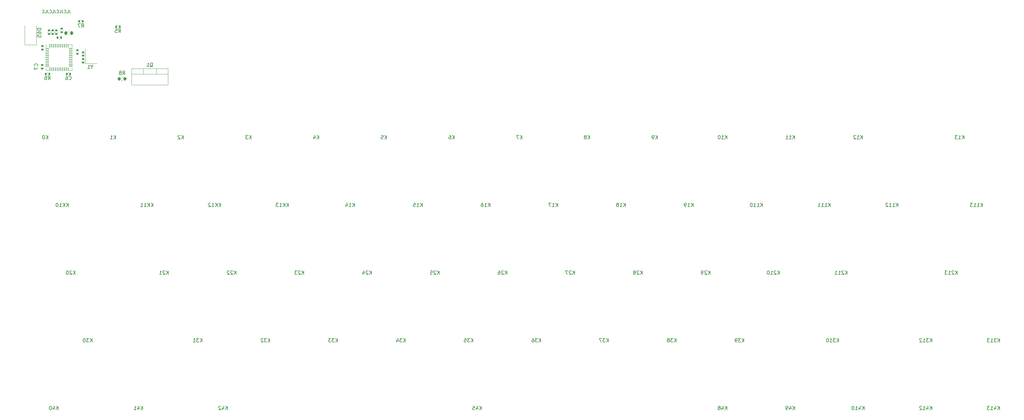
<source format=gbo>
%TF.GenerationSoftware,KiCad,Pcbnew,(6.0.0)*%
%TF.CreationDate,2022-09-10T03:34:01-07:00*%
%TF.ProjectId,HandwireCustom,48616e64-7769-4726-9543-7573746f6d2e,rev?*%
%TF.SameCoordinates,Original*%
%TF.FileFunction,Legend,Bot*%
%TF.FilePolarity,Positive*%
%FSLAX46Y46*%
G04 Gerber Fmt 4.6, Leading zero omitted, Abs format (unit mm)*
G04 Created by KiCad (PCBNEW (6.0.0)) date 2022-09-10 03:34:01*
%MOMM*%
%LPD*%
G01*
G04 APERTURE LIST*
G04 Aperture macros list*
%AMRoundRect*
0 Rectangle with rounded corners*
0 $1 Rounding radius*
0 $2 $3 $4 $5 $6 $7 $8 $9 X,Y pos of 4 corners*
0 Add a 4 corners polygon primitive as box body*
4,1,4,$2,$3,$4,$5,$6,$7,$8,$9,$2,$3,0*
0 Add four circle primitives for the rounded corners*
1,1,$1+$1,$2,$3*
1,1,$1+$1,$4,$5*
1,1,$1+$1,$6,$7*
1,1,$1+$1,$8,$9*
0 Add four rect primitives between the rounded corners*
20,1,$1+$1,$2,$3,$4,$5,0*
20,1,$1+$1,$4,$5,$6,$7,0*
20,1,$1+$1,$6,$7,$8,$9,0*
20,1,$1+$1,$8,$9,$2,$3,0*%
G04 Aperture macros list end*
%ADD10C,0.150000*%
%ADD11C,0.120000*%
%ADD12R,1.800000X2.500000*%
%ADD13C,1.750000*%
%ADD14C,3.000000*%
%ADD15C,3.987800*%
%ADD16R,2.550000X2.500000*%
%ADD17R,1.600000X1.600000*%
%ADD18O,1.600000X1.600000*%
%ADD19C,3.048000*%
%ADD20R,1.700000X1.700000*%
%ADD21O,1.700000X1.700000*%
%ADD22C,2.000000*%
%ADD23C,2.200000*%
%ADD24R,1.800000X1.800000*%
%ADD25C,1.800000*%
%ADD26RoundRect,0.135000X-0.135000X-0.185000X0.135000X-0.185000X0.135000X0.185000X-0.135000X0.185000X0*%
%ADD27RoundRect,0.135000X0.135000X0.185000X-0.135000X0.185000X-0.135000X-0.185000X0.135000X-0.185000X0*%
%ADD28RoundRect,0.140000X0.170000X-0.140000X0.170000X0.140000X-0.170000X0.140000X-0.170000X-0.140000X0*%
%ADD29RoundRect,0.140000X-0.170000X0.140000X-0.170000X-0.140000X0.170000X-0.140000X0.170000X0.140000X0*%
%ADD30RoundRect,0.062500X-0.062500X0.475000X-0.062500X-0.475000X0.062500X-0.475000X0.062500X0.475000X0*%
%ADD31RoundRect,0.062500X-0.475000X0.062500X-0.475000X-0.062500X0.475000X-0.062500X0.475000X0.062500X0*%
%ADD32R,5.200000X5.200000*%
%ADD33RoundRect,0.140000X-0.140000X-0.170000X0.140000X-0.170000X0.140000X0.170000X-0.140000X0.170000X0*%
%ADD34RoundRect,0.225000X-0.225000X-0.250000X0.225000X-0.250000X0.225000X0.250000X-0.225000X0.250000X0*%
%ADD35R,1.905000X2.000000*%
%ADD36O,1.905000X2.000000*%
%ADD37R,1.200000X1.400000*%
%ADD38RoundRect,0.135000X-0.185000X0.135000X-0.185000X-0.135000X0.185000X-0.135000X0.185000X0.135000X0*%
%ADD39RoundRect,0.140000X0.140000X0.170000X-0.140000X0.170000X-0.140000X-0.170000X0.140000X-0.170000X0*%
%ADD40RoundRect,0.200000X-0.200000X-0.275000X0.200000X-0.275000X0.200000X0.275000X-0.200000X0.275000X0*%
%ADD41C,0.650000*%
%ADD42R,0.600000X1.450000*%
%ADD43R,0.300000X1.450000*%
%ADD44O,1.000000X2.100000*%
%ADD45O,1.000000X1.600000*%
G04 APERTURE END LIST*
D10*
X84595238Y-87086904D02*
X84595238Y-87658333D01*
X84633333Y-87772619D01*
X84709523Y-87848809D01*
X84823809Y-87886904D01*
X84900000Y-87886904D01*
X83833333Y-87886904D02*
X84214285Y-87886904D01*
X84214285Y-87086904D01*
X83109523Y-87810714D02*
X83147619Y-87848809D01*
X83261904Y-87886904D01*
X83338095Y-87886904D01*
X83452380Y-87848809D01*
X83528571Y-87772619D01*
X83566666Y-87696428D01*
X83604761Y-87544047D01*
X83604761Y-87429761D01*
X83566666Y-87277380D01*
X83528571Y-87201190D01*
X83452380Y-87125000D01*
X83338095Y-87086904D01*
X83261904Y-87086904D01*
X83147619Y-87125000D01*
X83109523Y-87163095D01*
X82538095Y-87086904D02*
X82538095Y-87658333D01*
X82576190Y-87772619D01*
X82652380Y-87848809D01*
X82766666Y-87886904D01*
X82842857Y-87886904D01*
X81776190Y-87886904D02*
X82157142Y-87886904D01*
X82157142Y-87086904D01*
X81052380Y-87810714D02*
X81090476Y-87848809D01*
X81204761Y-87886904D01*
X81280952Y-87886904D01*
X81395238Y-87848809D01*
X81471428Y-87772619D01*
X81509523Y-87696428D01*
X81547619Y-87544047D01*
X81547619Y-87429761D01*
X81509523Y-87277380D01*
X81471428Y-87201190D01*
X81395238Y-87125000D01*
X81280952Y-87086904D01*
X81204761Y-87086904D01*
X81090476Y-87125000D01*
X81052380Y-87163095D01*
X80480952Y-87086904D02*
X80480952Y-87658333D01*
X80519047Y-87772619D01*
X80595238Y-87848809D01*
X80709523Y-87886904D01*
X80785714Y-87886904D01*
X79719047Y-87886904D02*
X80100000Y-87886904D01*
X80100000Y-87086904D01*
X78995238Y-87810714D02*
X79033333Y-87848809D01*
X79147619Y-87886904D01*
X79223809Y-87886904D01*
X79338095Y-87848809D01*
X79414285Y-87772619D01*
X79452380Y-87696428D01*
X79490476Y-87544047D01*
X79490476Y-87429761D01*
X79452380Y-87277380D01*
X79414285Y-87201190D01*
X79338095Y-87125000D01*
X79223809Y-87086904D01*
X79147619Y-87086904D01*
X79033333Y-87125000D01*
X78995238Y-87163095D01*
X78423809Y-87086904D02*
X78423809Y-87658333D01*
X78461904Y-87772619D01*
X78538095Y-87848809D01*
X78652380Y-87886904D01*
X78728571Y-87886904D01*
X77661904Y-87886904D02*
X78042857Y-87886904D01*
X78042857Y-87086904D01*
X76938095Y-87810714D02*
X76976190Y-87848809D01*
X77090476Y-87886904D01*
X77166666Y-87886904D01*
X77280952Y-87848809D01*
X77357142Y-87772619D01*
X77395238Y-87696428D01*
X77433333Y-87544047D01*
X77433333Y-87429761D01*
X77395238Y-87277380D01*
X77357142Y-87201190D01*
X77280952Y-87125000D01*
X77166666Y-87086904D01*
X77090476Y-87086904D01*
X76976190Y-87125000D01*
X76938095Y-87163095D01*
X76552380Y-92235714D02*
X75552380Y-92235714D01*
X75552380Y-92473809D01*
X75600000Y-92616666D01*
X75695238Y-92711904D01*
X75790476Y-92759523D01*
X75980952Y-92807142D01*
X76123809Y-92807142D01*
X76314285Y-92759523D01*
X76409523Y-92711904D01*
X76504761Y-92616666D01*
X76552380Y-92473809D01*
X76552380Y-92235714D01*
X75552380Y-93664285D02*
X75552380Y-93473809D01*
X75600000Y-93378571D01*
X75647619Y-93330952D01*
X75790476Y-93235714D01*
X75980952Y-93188095D01*
X76361904Y-93188095D01*
X76457142Y-93235714D01*
X76504761Y-93283333D01*
X76552380Y-93378571D01*
X76552380Y-93569047D01*
X76504761Y-93664285D01*
X76457142Y-93711904D01*
X76361904Y-93759523D01*
X76123809Y-93759523D01*
X76028571Y-93711904D01*
X75980952Y-93664285D01*
X75933333Y-93569047D01*
X75933333Y-93378571D01*
X75980952Y-93283333D01*
X76028571Y-93235714D01*
X76123809Y-93188095D01*
X75552380Y-94664285D02*
X75552380Y-94188095D01*
X76028571Y-94140476D01*
X75980952Y-94188095D01*
X75933333Y-94283333D01*
X75933333Y-94521428D01*
X75980952Y-94616666D01*
X76028571Y-94664285D01*
X76123809Y-94711904D01*
X76361904Y-94711904D01*
X76457142Y-94664285D01*
X76504761Y-94616666D01*
X76552380Y-94521428D01*
X76552380Y-94283333D01*
X76504761Y-94188095D01*
X76457142Y-94140476D01*
X217114285Y-180506630D02*
X217114285Y-179506630D01*
X216542857Y-180506630D02*
X216971428Y-179935202D01*
X216542857Y-179506630D02*
X217114285Y-180078059D01*
X216209523Y-179506630D02*
X215590476Y-179506630D01*
X215923809Y-179887583D01*
X215780952Y-179887583D01*
X215685714Y-179935202D01*
X215638095Y-179982821D01*
X215590476Y-180078059D01*
X215590476Y-180316154D01*
X215638095Y-180411392D01*
X215685714Y-180459011D01*
X215780952Y-180506630D01*
X216066666Y-180506630D01*
X216161904Y-180459011D01*
X216209523Y-180411392D01*
X214733333Y-179506630D02*
X214923809Y-179506630D01*
X215019047Y-179554250D01*
X215066666Y-179601869D01*
X215161904Y-179744726D01*
X215209523Y-179935202D01*
X215209523Y-180316154D01*
X215161904Y-180411392D01*
X215114285Y-180459011D01*
X215019047Y-180506630D01*
X214828571Y-180506630D01*
X214733333Y-180459011D01*
X214685714Y-180411392D01*
X214638095Y-180316154D01*
X214638095Y-180078059D01*
X214685714Y-179982821D01*
X214733333Y-179935202D01*
X214828571Y-179887583D01*
X215019047Y-179887583D01*
X215114285Y-179935202D01*
X215161904Y-179982821D01*
X215209523Y-180078059D01*
X336176785Y-123356630D02*
X336176785Y-122356630D01*
X335605357Y-123356630D02*
X336033928Y-122785202D01*
X335605357Y-122356630D02*
X336176785Y-122928059D01*
X334652976Y-123356630D02*
X335224404Y-123356630D01*
X334938690Y-123356630D02*
X334938690Y-122356630D01*
X335033928Y-122499488D01*
X335129166Y-122594726D01*
X335224404Y-122642345D01*
X334319642Y-122356630D02*
X333700595Y-122356630D01*
X334033928Y-122737583D01*
X333891071Y-122737583D01*
X333795833Y-122785202D01*
X333748214Y-122832821D01*
X333700595Y-122928059D01*
X333700595Y-123166154D01*
X333748214Y-123261392D01*
X333795833Y-123309011D01*
X333891071Y-123356630D01*
X334176785Y-123356630D01*
X334272023Y-123309011D01*
X334319642Y-123261392D01*
X116625595Y-123356630D02*
X116625595Y-122356630D01*
X116054166Y-123356630D02*
X116482738Y-122785202D01*
X116054166Y-122356630D02*
X116625595Y-122928059D01*
X115673214Y-122451869D02*
X115625595Y-122404250D01*
X115530357Y-122356630D01*
X115292261Y-122356630D01*
X115197023Y-122404250D01*
X115149404Y-122451869D01*
X115101785Y-122547107D01*
X115101785Y-122642345D01*
X115149404Y-122785202D01*
X115720833Y-123356630D01*
X115101785Y-123356630D01*
X202826785Y-142406630D02*
X202826785Y-141406630D01*
X202255357Y-142406630D02*
X202683928Y-141835202D01*
X202255357Y-141406630D02*
X202826785Y-141978059D01*
X201302976Y-142406630D02*
X201874404Y-142406630D01*
X201588690Y-142406630D02*
X201588690Y-141406630D01*
X201683928Y-141549488D01*
X201779166Y-141644726D01*
X201874404Y-141692345D01*
X200445833Y-141406630D02*
X200636309Y-141406630D01*
X200731547Y-141454250D01*
X200779166Y-141501869D01*
X200874404Y-141644726D01*
X200922023Y-141835202D01*
X200922023Y-142216154D01*
X200874404Y-142311392D01*
X200826785Y-142359011D01*
X200731547Y-142406630D01*
X200541071Y-142406630D01*
X200445833Y-142359011D01*
X200398214Y-142311392D01*
X200350595Y-142216154D01*
X200350595Y-141978059D01*
X200398214Y-141882821D01*
X200445833Y-141835202D01*
X200541071Y-141787583D01*
X200731547Y-141787583D01*
X200826785Y-141835202D01*
X200874404Y-141882821D01*
X200922023Y-141978059D01*
X341415476Y-142406630D02*
X341415476Y-141406630D01*
X340844047Y-142406630D02*
X341272619Y-141835202D01*
X340844047Y-141406630D02*
X341415476Y-141978059D01*
X339891666Y-142406630D02*
X340463095Y-142406630D01*
X340177380Y-142406630D02*
X340177380Y-141406630D01*
X340272619Y-141549488D01*
X340367857Y-141644726D01*
X340463095Y-141692345D01*
X338939285Y-142406630D02*
X339510714Y-142406630D01*
X339225000Y-142406630D02*
X339225000Y-141406630D01*
X339320238Y-141549488D01*
X339415476Y-141644726D01*
X339510714Y-141692345D01*
X338605952Y-141406630D02*
X337986904Y-141406630D01*
X338320238Y-141787583D01*
X338177380Y-141787583D01*
X338082142Y-141835202D01*
X338034523Y-141882821D01*
X337986904Y-141978059D01*
X337986904Y-142216154D01*
X338034523Y-142311392D01*
X338082142Y-142359011D01*
X338177380Y-142406630D01*
X338463095Y-142406630D01*
X338558333Y-142359011D01*
X338605952Y-142311392D01*
X303315476Y-161456630D02*
X303315476Y-160456630D01*
X302744047Y-161456630D02*
X303172619Y-160885202D01*
X302744047Y-160456630D02*
X303315476Y-161028059D01*
X302363095Y-160551869D02*
X302315476Y-160504250D01*
X302220238Y-160456630D01*
X301982142Y-160456630D01*
X301886904Y-160504250D01*
X301839285Y-160551869D01*
X301791666Y-160647107D01*
X301791666Y-160742345D01*
X301839285Y-160885202D01*
X302410714Y-161456630D01*
X301791666Y-161456630D01*
X300839285Y-161456630D02*
X301410714Y-161456630D01*
X301125000Y-161456630D02*
X301125000Y-160456630D01*
X301220238Y-160599488D01*
X301315476Y-160694726D01*
X301410714Y-160742345D01*
X299886904Y-161456630D02*
X300458333Y-161456630D01*
X300172619Y-161456630D02*
X300172619Y-160456630D01*
X300267857Y-160599488D01*
X300363095Y-160694726D01*
X300458333Y-160742345D01*
X249975595Y-123356630D02*
X249975595Y-122356630D01*
X249404166Y-123356630D02*
X249832738Y-122785202D01*
X249404166Y-122356630D02*
X249975595Y-122928059D01*
X248927976Y-123356630D02*
X248737500Y-123356630D01*
X248642261Y-123309011D01*
X248594642Y-123261392D01*
X248499404Y-123118535D01*
X248451785Y-122928059D01*
X248451785Y-122547107D01*
X248499404Y-122451869D01*
X248547023Y-122404250D01*
X248642261Y-122356630D01*
X248832738Y-122356630D01*
X248927976Y-122404250D01*
X248975595Y-122451869D01*
X249023214Y-122547107D01*
X249023214Y-122785202D01*
X248975595Y-122880440D01*
X248927976Y-122928059D01*
X248832738Y-122975678D01*
X248642261Y-122975678D01*
X248547023Y-122928059D01*
X248499404Y-122880440D01*
X248451785Y-122785202D01*
X84264285Y-142406630D02*
X84264285Y-141406630D01*
X83692857Y-142406630D02*
X84121428Y-141835202D01*
X83692857Y-141406630D02*
X84264285Y-141978059D01*
X83264285Y-142406630D02*
X83264285Y-141406630D01*
X82692857Y-142406630D02*
X83121428Y-141835202D01*
X82692857Y-141406630D02*
X83264285Y-141978059D01*
X81740476Y-142406630D02*
X82311904Y-142406630D01*
X82026190Y-142406630D02*
X82026190Y-141406630D01*
X82121428Y-141549488D01*
X82216666Y-141644726D01*
X82311904Y-141692345D01*
X81121428Y-141406630D02*
X81026190Y-141406630D01*
X80930952Y-141454250D01*
X80883333Y-141501869D01*
X80835714Y-141597107D01*
X80788095Y-141787583D01*
X80788095Y-142025678D01*
X80835714Y-142216154D01*
X80883333Y-142311392D01*
X80930952Y-142359011D01*
X81026190Y-142406630D01*
X81121428Y-142406630D01*
X81216666Y-142359011D01*
X81264285Y-142311392D01*
X81311904Y-142216154D01*
X81359523Y-142025678D01*
X81359523Y-141787583D01*
X81311904Y-141597107D01*
X81264285Y-141501869D01*
X81216666Y-141454250D01*
X81121428Y-141406630D01*
X188539285Y-161456630D02*
X188539285Y-160456630D01*
X187967857Y-161456630D02*
X188396428Y-160885202D01*
X187967857Y-160456630D02*
X188539285Y-161028059D01*
X187586904Y-160551869D02*
X187539285Y-160504250D01*
X187444047Y-160456630D01*
X187205952Y-160456630D01*
X187110714Y-160504250D01*
X187063095Y-160551869D01*
X187015476Y-160647107D01*
X187015476Y-160742345D01*
X187063095Y-160885202D01*
X187634523Y-161456630D01*
X187015476Y-161456630D01*
X186110714Y-160456630D02*
X186586904Y-160456630D01*
X186634523Y-160932821D01*
X186586904Y-160885202D01*
X186491666Y-160837583D01*
X186253571Y-160837583D01*
X186158333Y-160885202D01*
X186110714Y-160932821D01*
X186063095Y-161028059D01*
X186063095Y-161266154D01*
X186110714Y-161361392D01*
X186158333Y-161409011D01*
X186253571Y-161456630D01*
X186491666Y-161456630D01*
X186586904Y-161409011D01*
X186634523Y-161361392D01*
X164726785Y-142406630D02*
X164726785Y-141406630D01*
X164155357Y-142406630D02*
X164583928Y-141835202D01*
X164155357Y-141406630D02*
X164726785Y-141978059D01*
X163202976Y-142406630D02*
X163774404Y-142406630D01*
X163488690Y-142406630D02*
X163488690Y-141406630D01*
X163583928Y-141549488D01*
X163679166Y-141644726D01*
X163774404Y-141692345D01*
X162345833Y-141739964D02*
X162345833Y-142406630D01*
X162583928Y-141359011D02*
X162822023Y-142073297D01*
X162202976Y-142073297D01*
X255214285Y-180506630D02*
X255214285Y-179506630D01*
X254642857Y-180506630D02*
X255071428Y-179935202D01*
X254642857Y-179506630D02*
X255214285Y-180078059D01*
X254309523Y-179506630D02*
X253690476Y-179506630D01*
X254023809Y-179887583D01*
X253880952Y-179887583D01*
X253785714Y-179935202D01*
X253738095Y-179982821D01*
X253690476Y-180078059D01*
X253690476Y-180316154D01*
X253738095Y-180411392D01*
X253785714Y-180459011D01*
X253880952Y-180506630D01*
X254166666Y-180506630D01*
X254261904Y-180459011D01*
X254309523Y-180411392D01*
X253119047Y-179935202D02*
X253214285Y-179887583D01*
X253261904Y-179839964D01*
X253309523Y-179744726D01*
X253309523Y-179697107D01*
X253261904Y-179601869D01*
X253214285Y-179554250D01*
X253119047Y-179506630D01*
X252928571Y-179506630D01*
X252833333Y-179554250D01*
X252785714Y-179601869D01*
X252738095Y-179697107D01*
X252738095Y-179744726D01*
X252785714Y-179839964D01*
X252833333Y-179887583D01*
X252928571Y-179935202D01*
X253119047Y-179935202D01*
X253214285Y-179982821D01*
X253261904Y-180030440D01*
X253309523Y-180125678D01*
X253309523Y-180316154D01*
X253261904Y-180411392D01*
X253214285Y-180459011D01*
X253119047Y-180506630D01*
X252928571Y-180506630D01*
X252833333Y-180459011D01*
X252785714Y-180411392D01*
X252738095Y-180316154D01*
X252738095Y-180125678D01*
X252785714Y-180030440D01*
X252833333Y-179982821D01*
X252928571Y-179935202D01*
X274264285Y-180506630D02*
X274264285Y-179506630D01*
X273692857Y-180506630D02*
X274121428Y-179935202D01*
X273692857Y-179506630D02*
X274264285Y-180078059D01*
X273359523Y-179506630D02*
X272740476Y-179506630D01*
X273073809Y-179887583D01*
X272930952Y-179887583D01*
X272835714Y-179935202D01*
X272788095Y-179982821D01*
X272740476Y-180078059D01*
X272740476Y-180316154D01*
X272788095Y-180411392D01*
X272835714Y-180459011D01*
X272930952Y-180506630D01*
X273216666Y-180506630D01*
X273311904Y-180459011D01*
X273359523Y-180411392D01*
X272264285Y-180506630D02*
X272073809Y-180506630D01*
X271978571Y-180459011D01*
X271930952Y-180411392D01*
X271835714Y-180268535D01*
X271788095Y-180078059D01*
X271788095Y-179697107D01*
X271835714Y-179601869D01*
X271883333Y-179554250D01*
X271978571Y-179506630D01*
X272169047Y-179506630D01*
X272264285Y-179554250D01*
X272311904Y-179601869D01*
X272359523Y-179697107D01*
X272359523Y-179935202D01*
X272311904Y-180030440D01*
X272264285Y-180078059D01*
X272169047Y-180125678D01*
X271978571Y-180125678D01*
X271883333Y-180078059D01*
X271835714Y-180030440D01*
X271788095Y-179935202D01*
X78525595Y-123356630D02*
X78525595Y-122356630D01*
X77954166Y-123356630D02*
X78382738Y-122785202D01*
X77954166Y-122356630D02*
X78525595Y-122928059D01*
X77335119Y-122356630D02*
X77239880Y-122356630D01*
X77144642Y-122404250D01*
X77097023Y-122451869D01*
X77049404Y-122547107D01*
X77001785Y-122737583D01*
X77001785Y-122975678D01*
X77049404Y-123166154D01*
X77097023Y-123261392D01*
X77144642Y-123309011D01*
X77239880Y-123356630D01*
X77335119Y-123356630D01*
X77430357Y-123309011D01*
X77477976Y-123261392D01*
X77525595Y-123166154D01*
X77573214Y-122975678D01*
X77573214Y-122737583D01*
X77525595Y-122547107D01*
X77477976Y-122451869D01*
X77430357Y-122404250D01*
X77335119Y-122356630D01*
X200445535Y-199556630D02*
X200445535Y-198556630D01*
X199874107Y-199556630D02*
X200302678Y-198985202D01*
X199874107Y-198556630D02*
X200445535Y-199128059D01*
X199016964Y-198889964D02*
X199016964Y-199556630D01*
X199255059Y-198509011D02*
X199493154Y-199223297D01*
X198874107Y-199223297D01*
X198016964Y-198556630D02*
X198493154Y-198556630D01*
X198540773Y-199032821D01*
X198493154Y-198985202D01*
X198397916Y-198937583D01*
X198159821Y-198937583D01*
X198064583Y-198985202D01*
X198016964Y-199032821D01*
X197969345Y-199128059D01*
X197969345Y-199366154D01*
X198016964Y-199461392D01*
X198064583Y-199509011D01*
X198159821Y-199556630D01*
X198397916Y-199556630D01*
X198493154Y-199509011D01*
X198540773Y-199461392D01*
X159964285Y-180506630D02*
X159964285Y-179506630D01*
X159392857Y-180506630D02*
X159821428Y-179935202D01*
X159392857Y-179506630D02*
X159964285Y-180078059D01*
X159059523Y-179506630D02*
X158440476Y-179506630D01*
X158773809Y-179887583D01*
X158630952Y-179887583D01*
X158535714Y-179935202D01*
X158488095Y-179982821D01*
X158440476Y-180078059D01*
X158440476Y-180316154D01*
X158488095Y-180411392D01*
X158535714Y-180459011D01*
X158630952Y-180506630D01*
X158916666Y-180506630D01*
X159011904Y-180459011D01*
X159059523Y-180411392D01*
X158107142Y-179506630D02*
X157488095Y-179506630D01*
X157821428Y-179887583D01*
X157678571Y-179887583D01*
X157583333Y-179935202D01*
X157535714Y-179982821D01*
X157488095Y-180078059D01*
X157488095Y-180316154D01*
X157535714Y-180411392D01*
X157583333Y-180459011D01*
X157678571Y-180506630D01*
X157964285Y-180506630D01*
X158059523Y-180459011D01*
X158107142Y-180411392D01*
X150439285Y-161456630D02*
X150439285Y-160456630D01*
X149867857Y-161456630D02*
X150296428Y-160885202D01*
X149867857Y-160456630D02*
X150439285Y-161028059D01*
X149486904Y-160551869D02*
X149439285Y-160504250D01*
X149344047Y-160456630D01*
X149105952Y-160456630D01*
X149010714Y-160504250D01*
X148963095Y-160551869D01*
X148915476Y-160647107D01*
X148915476Y-160742345D01*
X148963095Y-160885202D01*
X149534523Y-161456630D01*
X148915476Y-161456630D01*
X148582142Y-160456630D02*
X147963095Y-160456630D01*
X148296428Y-160837583D01*
X148153571Y-160837583D01*
X148058333Y-160885202D01*
X148010714Y-160932821D01*
X147963095Y-161028059D01*
X147963095Y-161266154D01*
X148010714Y-161361392D01*
X148058333Y-161409011D01*
X148153571Y-161456630D01*
X148439285Y-161456630D01*
X148534523Y-161409011D01*
X148582142Y-161361392D01*
X327127976Y-199556630D02*
X327127976Y-198556630D01*
X326556547Y-199556630D02*
X326985119Y-198985202D01*
X326556547Y-198556630D02*
X327127976Y-199128059D01*
X325699404Y-198889964D02*
X325699404Y-199556630D01*
X325937500Y-198509011D02*
X326175595Y-199223297D01*
X325556547Y-199223297D01*
X324651785Y-199556630D02*
X325223214Y-199556630D01*
X324937500Y-199556630D02*
X324937500Y-198556630D01*
X325032738Y-198699488D01*
X325127976Y-198794726D01*
X325223214Y-198842345D01*
X324270833Y-198651869D02*
X324223214Y-198604250D01*
X324127976Y-198556630D01*
X323889880Y-198556630D01*
X323794642Y-198604250D01*
X323747023Y-198651869D01*
X323699404Y-198747107D01*
X323699404Y-198842345D01*
X323747023Y-198985202D01*
X324318452Y-199556630D01*
X323699404Y-199556630D01*
X135675595Y-123356630D02*
X135675595Y-122356630D01*
X135104166Y-123356630D02*
X135532738Y-122785202D01*
X135104166Y-122356630D02*
X135675595Y-122928059D01*
X134770833Y-122356630D02*
X134151785Y-122356630D01*
X134485119Y-122737583D01*
X134342261Y-122737583D01*
X134247023Y-122785202D01*
X134199404Y-122832821D01*
X134151785Y-122928059D01*
X134151785Y-123166154D01*
X134199404Y-123261392D01*
X134247023Y-123309011D01*
X134342261Y-123356630D01*
X134627976Y-123356630D01*
X134723214Y-123309011D01*
X134770833Y-123261392D01*
X264739285Y-161456630D02*
X264739285Y-160456630D01*
X264167857Y-161456630D02*
X264596428Y-160885202D01*
X264167857Y-160456630D02*
X264739285Y-161028059D01*
X263786904Y-160551869D02*
X263739285Y-160504250D01*
X263644047Y-160456630D01*
X263405952Y-160456630D01*
X263310714Y-160504250D01*
X263263095Y-160551869D01*
X263215476Y-160647107D01*
X263215476Y-160742345D01*
X263263095Y-160885202D01*
X263834523Y-161456630D01*
X263215476Y-161456630D01*
X262739285Y-161456630D02*
X262548809Y-161456630D01*
X262453571Y-161409011D01*
X262405952Y-161361392D01*
X262310714Y-161218535D01*
X262263095Y-161028059D01*
X262263095Y-160647107D01*
X262310714Y-160551869D01*
X262358333Y-160504250D01*
X262453571Y-160456630D01*
X262644047Y-160456630D01*
X262739285Y-160504250D01*
X262786904Y-160551869D01*
X262834523Y-160647107D01*
X262834523Y-160885202D01*
X262786904Y-160980440D01*
X262739285Y-161028059D01*
X262644047Y-161075678D01*
X262453571Y-161075678D01*
X262358333Y-161028059D01*
X262310714Y-160980440D01*
X262263095Y-160885202D01*
X173775595Y-123356630D02*
X173775595Y-122356630D01*
X173204166Y-123356630D02*
X173632738Y-122785202D01*
X173204166Y-122356630D02*
X173775595Y-122928059D01*
X172299404Y-122356630D02*
X172775595Y-122356630D01*
X172823214Y-122832821D01*
X172775595Y-122785202D01*
X172680357Y-122737583D01*
X172442261Y-122737583D01*
X172347023Y-122785202D01*
X172299404Y-122832821D01*
X172251785Y-122928059D01*
X172251785Y-123166154D01*
X172299404Y-123261392D01*
X172347023Y-123309011D01*
X172442261Y-123356630D01*
X172680357Y-123356630D01*
X172775595Y-123309011D01*
X172823214Y-123261392D01*
X105195535Y-199556630D02*
X105195535Y-198556630D01*
X104624107Y-199556630D02*
X105052678Y-198985202D01*
X104624107Y-198556630D02*
X105195535Y-199128059D01*
X103766964Y-198889964D02*
X103766964Y-199556630D01*
X104005059Y-198509011D02*
X104243154Y-199223297D01*
X103624107Y-199223297D01*
X102719345Y-199556630D02*
X103290773Y-199556630D01*
X103005059Y-199556630D02*
X103005059Y-198556630D01*
X103100297Y-198699488D01*
X103195535Y-198794726D01*
X103290773Y-198842345D01*
X121864285Y-180506630D02*
X121864285Y-179506630D01*
X121292857Y-180506630D02*
X121721428Y-179935202D01*
X121292857Y-179506630D02*
X121864285Y-180078059D01*
X120959523Y-179506630D02*
X120340476Y-179506630D01*
X120673809Y-179887583D01*
X120530952Y-179887583D01*
X120435714Y-179935202D01*
X120388095Y-179982821D01*
X120340476Y-180078059D01*
X120340476Y-180316154D01*
X120388095Y-180411392D01*
X120435714Y-180459011D01*
X120530952Y-180506630D01*
X120816666Y-180506630D01*
X120911904Y-180459011D01*
X120959523Y-180411392D01*
X119388095Y-180506630D02*
X119959523Y-180506630D01*
X119673809Y-180506630D02*
X119673809Y-179506630D01*
X119769047Y-179649488D01*
X119864285Y-179744726D01*
X119959523Y-179792345D01*
X131389285Y-161456630D02*
X131389285Y-160456630D01*
X130817857Y-161456630D02*
X131246428Y-160885202D01*
X130817857Y-160456630D02*
X131389285Y-161028059D01*
X130436904Y-160551869D02*
X130389285Y-160504250D01*
X130294047Y-160456630D01*
X130055952Y-160456630D01*
X129960714Y-160504250D01*
X129913095Y-160551869D01*
X129865476Y-160647107D01*
X129865476Y-160742345D01*
X129913095Y-160885202D01*
X130484523Y-161456630D01*
X129865476Y-161456630D01*
X129484523Y-160551869D02*
X129436904Y-160504250D01*
X129341666Y-160456630D01*
X129103571Y-160456630D01*
X129008333Y-160504250D01*
X128960714Y-160551869D01*
X128913095Y-160647107D01*
X128913095Y-160742345D01*
X128960714Y-160885202D01*
X129532142Y-161456630D01*
X128913095Y-161456630D01*
X183776785Y-142406630D02*
X183776785Y-141406630D01*
X183205357Y-142406630D02*
X183633928Y-141835202D01*
X183205357Y-141406630D02*
X183776785Y-141978059D01*
X182252976Y-142406630D02*
X182824404Y-142406630D01*
X182538690Y-142406630D02*
X182538690Y-141406630D01*
X182633928Y-141549488D01*
X182729166Y-141644726D01*
X182824404Y-141692345D01*
X181348214Y-141406630D02*
X181824404Y-141406630D01*
X181872023Y-141882821D01*
X181824404Y-141835202D01*
X181729166Y-141787583D01*
X181491071Y-141787583D01*
X181395833Y-141835202D01*
X181348214Y-141882821D01*
X181300595Y-141978059D01*
X181300595Y-142216154D01*
X181348214Y-142311392D01*
X181395833Y-142359011D01*
X181491071Y-142406630D01*
X181729166Y-142406630D01*
X181824404Y-142359011D01*
X181872023Y-142311392D01*
X169489285Y-161456630D02*
X169489285Y-160456630D01*
X168917857Y-161456630D02*
X169346428Y-160885202D01*
X168917857Y-160456630D02*
X169489285Y-161028059D01*
X168536904Y-160551869D02*
X168489285Y-160504250D01*
X168394047Y-160456630D01*
X168155952Y-160456630D01*
X168060714Y-160504250D01*
X168013095Y-160551869D01*
X167965476Y-160647107D01*
X167965476Y-160742345D01*
X168013095Y-160885202D01*
X168584523Y-161456630D01*
X167965476Y-161456630D01*
X167108333Y-160789964D02*
X167108333Y-161456630D01*
X167346428Y-160409011D02*
X167584523Y-161123297D01*
X166965476Y-161123297D01*
X288551785Y-123356630D02*
X288551785Y-122356630D01*
X287980357Y-123356630D02*
X288408928Y-122785202D01*
X287980357Y-122356630D02*
X288551785Y-122928059D01*
X287027976Y-123356630D02*
X287599404Y-123356630D01*
X287313690Y-123356630D02*
X287313690Y-122356630D01*
X287408928Y-122499488D01*
X287504166Y-122594726D01*
X287599404Y-122642345D01*
X286075595Y-123356630D02*
X286647023Y-123356630D01*
X286361309Y-123356630D02*
X286361309Y-122356630D01*
X286456547Y-122499488D01*
X286551785Y-122594726D01*
X286647023Y-122642345D01*
X300934226Y-180506630D02*
X300934226Y-179506630D01*
X300362797Y-180506630D02*
X300791369Y-179935202D01*
X300362797Y-179506630D02*
X300934226Y-180078059D01*
X300029464Y-179506630D02*
X299410416Y-179506630D01*
X299743750Y-179887583D01*
X299600892Y-179887583D01*
X299505654Y-179935202D01*
X299458035Y-179982821D01*
X299410416Y-180078059D01*
X299410416Y-180316154D01*
X299458035Y-180411392D01*
X299505654Y-180459011D01*
X299600892Y-180506630D01*
X299886607Y-180506630D01*
X299981845Y-180459011D01*
X300029464Y-180411392D01*
X298458035Y-180506630D02*
X299029464Y-180506630D01*
X298743750Y-180506630D02*
X298743750Y-179506630D01*
X298838988Y-179649488D01*
X298934226Y-179744726D01*
X299029464Y-179792345D01*
X297838988Y-179506630D02*
X297743750Y-179506630D01*
X297648511Y-179554250D01*
X297600892Y-179601869D01*
X297553273Y-179697107D01*
X297505654Y-179887583D01*
X297505654Y-180125678D01*
X297553273Y-180316154D01*
X297600892Y-180411392D01*
X297648511Y-180459011D01*
X297743750Y-180506630D01*
X297838988Y-180506630D01*
X297934226Y-180459011D01*
X297981845Y-180411392D01*
X298029464Y-180316154D01*
X298077083Y-180125678D01*
X298077083Y-179887583D01*
X298029464Y-179697107D01*
X297981845Y-179601869D01*
X297934226Y-179554250D01*
X297838988Y-179506630D01*
X192825595Y-123356630D02*
X192825595Y-122356630D01*
X192254166Y-123356630D02*
X192682738Y-122785202D01*
X192254166Y-122356630D02*
X192825595Y-122928059D01*
X191397023Y-122356630D02*
X191587500Y-122356630D01*
X191682738Y-122404250D01*
X191730357Y-122451869D01*
X191825595Y-122594726D01*
X191873214Y-122785202D01*
X191873214Y-123166154D01*
X191825595Y-123261392D01*
X191777976Y-123309011D01*
X191682738Y-123356630D01*
X191492261Y-123356630D01*
X191397023Y-123309011D01*
X191349404Y-123261392D01*
X191301785Y-123166154D01*
X191301785Y-122928059D01*
X191349404Y-122832821D01*
X191397023Y-122785202D01*
X191492261Y-122737583D01*
X191682738Y-122737583D01*
X191777976Y-122785202D01*
X191825595Y-122832821D01*
X191873214Y-122928059D01*
X86145535Y-161456630D02*
X86145535Y-160456630D01*
X85574107Y-161456630D02*
X86002678Y-160885202D01*
X85574107Y-160456630D02*
X86145535Y-161028059D01*
X85193154Y-160551869D02*
X85145535Y-160504250D01*
X85050297Y-160456630D01*
X84812202Y-160456630D01*
X84716964Y-160504250D01*
X84669345Y-160551869D01*
X84621726Y-160647107D01*
X84621726Y-160742345D01*
X84669345Y-160885202D01*
X85240773Y-161456630D01*
X84621726Y-161456630D01*
X84002678Y-160456630D02*
X83907440Y-160456630D01*
X83812202Y-160504250D01*
X83764583Y-160551869D01*
X83716964Y-160647107D01*
X83669345Y-160837583D01*
X83669345Y-161075678D01*
X83716964Y-161266154D01*
X83764583Y-161361392D01*
X83812202Y-161409011D01*
X83907440Y-161456630D01*
X84002678Y-161456630D01*
X84097916Y-161409011D01*
X84145535Y-161361392D01*
X84193154Y-161266154D01*
X84240773Y-161075678D01*
X84240773Y-160837583D01*
X84193154Y-160647107D01*
X84145535Y-160551869D01*
X84097916Y-160504250D01*
X84002678Y-160456630D01*
X230925595Y-123356630D02*
X230925595Y-122356630D01*
X230354166Y-123356630D02*
X230782738Y-122785202D01*
X230354166Y-122356630D02*
X230925595Y-122928059D01*
X229782738Y-122785202D02*
X229877976Y-122737583D01*
X229925595Y-122689964D01*
X229973214Y-122594726D01*
X229973214Y-122547107D01*
X229925595Y-122451869D01*
X229877976Y-122404250D01*
X229782738Y-122356630D01*
X229592261Y-122356630D01*
X229497023Y-122404250D01*
X229449404Y-122451869D01*
X229401785Y-122547107D01*
X229401785Y-122594726D01*
X229449404Y-122689964D01*
X229497023Y-122737583D01*
X229592261Y-122785202D01*
X229782738Y-122785202D01*
X229877976Y-122832821D01*
X229925595Y-122880440D01*
X229973214Y-122975678D01*
X229973214Y-123166154D01*
X229925595Y-123261392D01*
X229877976Y-123309011D01*
X229782738Y-123356630D01*
X229592261Y-123356630D01*
X229497023Y-123309011D01*
X229449404Y-123261392D01*
X229401785Y-123166154D01*
X229401785Y-122975678D01*
X229449404Y-122880440D01*
X229497023Y-122832821D01*
X229592261Y-122785202D01*
X226639285Y-161456630D02*
X226639285Y-160456630D01*
X226067857Y-161456630D02*
X226496428Y-160885202D01*
X226067857Y-160456630D02*
X226639285Y-161028059D01*
X225686904Y-160551869D02*
X225639285Y-160504250D01*
X225544047Y-160456630D01*
X225305952Y-160456630D01*
X225210714Y-160504250D01*
X225163095Y-160551869D01*
X225115476Y-160647107D01*
X225115476Y-160742345D01*
X225163095Y-160885202D01*
X225734523Y-161456630D01*
X225115476Y-161456630D01*
X224782142Y-160456630D02*
X224115476Y-160456630D01*
X224544047Y-161456630D01*
X236164285Y-180506630D02*
X236164285Y-179506630D01*
X235592857Y-180506630D02*
X236021428Y-179935202D01*
X235592857Y-179506630D02*
X236164285Y-180078059D01*
X235259523Y-179506630D02*
X234640476Y-179506630D01*
X234973809Y-179887583D01*
X234830952Y-179887583D01*
X234735714Y-179935202D01*
X234688095Y-179982821D01*
X234640476Y-180078059D01*
X234640476Y-180316154D01*
X234688095Y-180411392D01*
X234735714Y-180459011D01*
X234830952Y-180506630D01*
X235116666Y-180506630D01*
X235211904Y-180459011D01*
X235259523Y-180411392D01*
X234307142Y-179506630D02*
X233640476Y-179506630D01*
X234069047Y-180506630D01*
X298552976Y-142406630D02*
X298552976Y-141406630D01*
X297981547Y-142406630D02*
X298410119Y-141835202D01*
X297981547Y-141406630D02*
X298552976Y-141978059D01*
X297029166Y-142406630D02*
X297600595Y-142406630D01*
X297314880Y-142406630D02*
X297314880Y-141406630D01*
X297410119Y-141549488D01*
X297505357Y-141644726D01*
X297600595Y-141692345D01*
X296076785Y-142406630D02*
X296648214Y-142406630D01*
X296362500Y-142406630D02*
X296362500Y-141406630D01*
X296457738Y-141549488D01*
X296552976Y-141644726D01*
X296648214Y-141692345D01*
X295124404Y-142406630D02*
X295695833Y-142406630D01*
X295410119Y-142406630D02*
X295410119Y-141406630D01*
X295505357Y-141549488D01*
X295600595Y-141644726D01*
X295695833Y-141692345D01*
X221876785Y-142406630D02*
X221876785Y-141406630D01*
X221305357Y-142406630D02*
X221733928Y-141835202D01*
X221305357Y-141406630D02*
X221876785Y-141978059D01*
X220352976Y-142406630D02*
X220924404Y-142406630D01*
X220638690Y-142406630D02*
X220638690Y-141406630D01*
X220733928Y-141549488D01*
X220829166Y-141644726D01*
X220924404Y-141692345D01*
X220019642Y-141406630D02*
X219352976Y-141406630D01*
X219781547Y-142406630D01*
X346177976Y-180506630D02*
X346177976Y-179506630D01*
X345606547Y-180506630D02*
X346035119Y-179935202D01*
X345606547Y-179506630D02*
X346177976Y-180078059D01*
X345273214Y-179506630D02*
X344654166Y-179506630D01*
X344987500Y-179887583D01*
X344844642Y-179887583D01*
X344749404Y-179935202D01*
X344701785Y-179982821D01*
X344654166Y-180078059D01*
X344654166Y-180316154D01*
X344701785Y-180411392D01*
X344749404Y-180459011D01*
X344844642Y-180506630D01*
X345130357Y-180506630D01*
X345225595Y-180459011D01*
X345273214Y-180411392D01*
X343701785Y-180506630D02*
X344273214Y-180506630D01*
X343987500Y-180506630D02*
X343987500Y-179506630D01*
X344082738Y-179649488D01*
X344177976Y-179744726D01*
X344273214Y-179792345D01*
X343368452Y-179506630D02*
X342749404Y-179506630D01*
X343082738Y-179887583D01*
X342939880Y-179887583D01*
X342844642Y-179935202D01*
X342797023Y-179982821D01*
X342749404Y-180078059D01*
X342749404Y-180316154D01*
X342797023Y-180411392D01*
X342844642Y-180459011D01*
X342939880Y-180506630D01*
X343225595Y-180506630D01*
X343320833Y-180459011D01*
X343368452Y-180411392D01*
X108076785Y-142406630D02*
X108076785Y-141406630D01*
X107505357Y-142406630D02*
X107933928Y-141835202D01*
X107505357Y-141406630D02*
X108076785Y-141978059D01*
X107076785Y-142406630D02*
X107076785Y-141406630D01*
X106505357Y-142406630D02*
X106933928Y-141835202D01*
X106505357Y-141406630D02*
X107076785Y-141978059D01*
X105552976Y-142406630D02*
X106124404Y-142406630D01*
X105838690Y-142406630D02*
X105838690Y-141406630D01*
X105933928Y-141549488D01*
X106029166Y-141644726D01*
X106124404Y-141692345D01*
X104600595Y-142406630D02*
X105172023Y-142406630D01*
X104886309Y-142406630D02*
X104886309Y-141406630D01*
X104981547Y-141549488D01*
X105076785Y-141644726D01*
X105172023Y-141692345D01*
X346177976Y-199556630D02*
X346177976Y-198556630D01*
X345606547Y-199556630D02*
X346035119Y-198985202D01*
X345606547Y-198556630D02*
X346177976Y-199128059D01*
X344749404Y-198889964D02*
X344749404Y-199556630D01*
X344987500Y-198509011D02*
X345225595Y-199223297D01*
X344606547Y-199223297D01*
X343701785Y-199556630D02*
X344273214Y-199556630D01*
X343987500Y-199556630D02*
X343987500Y-198556630D01*
X344082738Y-198699488D01*
X344177976Y-198794726D01*
X344273214Y-198842345D01*
X343368452Y-198556630D02*
X342749404Y-198556630D01*
X343082738Y-198937583D01*
X342939880Y-198937583D01*
X342844642Y-198985202D01*
X342797023Y-199032821D01*
X342749404Y-199128059D01*
X342749404Y-199366154D01*
X342797023Y-199461392D01*
X342844642Y-199509011D01*
X342939880Y-199556630D01*
X343225595Y-199556630D01*
X343320833Y-199509011D01*
X343368452Y-199461392D01*
X211875595Y-123356630D02*
X211875595Y-122356630D01*
X211304166Y-123356630D02*
X211732738Y-122785202D01*
X211304166Y-122356630D02*
X211875595Y-122928059D01*
X210970833Y-122356630D02*
X210304166Y-122356630D01*
X210732738Y-123356630D01*
X334271726Y-161456630D02*
X334271726Y-160456630D01*
X333700297Y-161456630D02*
X334128869Y-160885202D01*
X333700297Y-160456630D02*
X334271726Y-161028059D01*
X333319345Y-160551869D02*
X333271726Y-160504250D01*
X333176488Y-160456630D01*
X332938392Y-160456630D01*
X332843154Y-160504250D01*
X332795535Y-160551869D01*
X332747916Y-160647107D01*
X332747916Y-160742345D01*
X332795535Y-160885202D01*
X333366964Y-161456630D01*
X332747916Y-161456630D01*
X331795535Y-161456630D02*
X332366964Y-161456630D01*
X332081250Y-161456630D02*
X332081250Y-160456630D01*
X332176488Y-160599488D01*
X332271726Y-160694726D01*
X332366964Y-160742345D01*
X331462202Y-160456630D02*
X330843154Y-160456630D01*
X331176488Y-160837583D01*
X331033630Y-160837583D01*
X330938392Y-160885202D01*
X330890773Y-160932821D01*
X330843154Y-161028059D01*
X330843154Y-161266154D01*
X330890773Y-161361392D01*
X330938392Y-161409011D01*
X331033630Y-161456630D01*
X331319345Y-161456630D01*
X331414583Y-161409011D01*
X331462202Y-161361392D01*
X317602976Y-142406630D02*
X317602976Y-141406630D01*
X317031547Y-142406630D02*
X317460119Y-141835202D01*
X317031547Y-141406630D02*
X317602976Y-141978059D01*
X316079166Y-142406630D02*
X316650595Y-142406630D01*
X316364880Y-142406630D02*
X316364880Y-141406630D01*
X316460119Y-141549488D01*
X316555357Y-141644726D01*
X316650595Y-141692345D01*
X315126785Y-142406630D02*
X315698214Y-142406630D01*
X315412500Y-142406630D02*
X315412500Y-141406630D01*
X315507738Y-141549488D01*
X315602976Y-141644726D01*
X315698214Y-141692345D01*
X314745833Y-141501869D02*
X314698214Y-141454250D01*
X314602976Y-141406630D01*
X314364880Y-141406630D01*
X314269642Y-141454250D01*
X314222023Y-141501869D01*
X314174404Y-141597107D01*
X314174404Y-141692345D01*
X314222023Y-141835202D01*
X314793452Y-142406630D01*
X314174404Y-142406630D01*
X90908035Y-180506630D02*
X90908035Y-179506630D01*
X90336607Y-180506630D02*
X90765178Y-179935202D01*
X90336607Y-179506630D02*
X90908035Y-180078059D01*
X90003273Y-179506630D02*
X89384226Y-179506630D01*
X89717559Y-179887583D01*
X89574702Y-179887583D01*
X89479464Y-179935202D01*
X89431845Y-179982821D01*
X89384226Y-180078059D01*
X89384226Y-180316154D01*
X89431845Y-180411392D01*
X89479464Y-180459011D01*
X89574702Y-180506630D01*
X89860416Y-180506630D01*
X89955654Y-180459011D01*
X90003273Y-180411392D01*
X88765178Y-179506630D02*
X88669940Y-179506630D01*
X88574702Y-179554250D01*
X88527083Y-179601869D01*
X88479464Y-179697107D01*
X88431845Y-179887583D01*
X88431845Y-180125678D01*
X88479464Y-180316154D01*
X88527083Y-180411392D01*
X88574702Y-180459011D01*
X88669940Y-180506630D01*
X88765178Y-180506630D01*
X88860416Y-180459011D01*
X88908035Y-180411392D01*
X88955654Y-180316154D01*
X89003273Y-180125678D01*
X89003273Y-179887583D01*
X88955654Y-179697107D01*
X88908035Y-179601869D01*
X88860416Y-179554250D01*
X88765178Y-179506630D01*
X284265476Y-161456630D02*
X284265476Y-160456630D01*
X283694047Y-161456630D02*
X284122619Y-160885202D01*
X283694047Y-160456630D02*
X284265476Y-161028059D01*
X283313095Y-160551869D02*
X283265476Y-160504250D01*
X283170238Y-160456630D01*
X282932142Y-160456630D01*
X282836904Y-160504250D01*
X282789285Y-160551869D01*
X282741666Y-160647107D01*
X282741666Y-160742345D01*
X282789285Y-160885202D01*
X283360714Y-161456630D01*
X282741666Y-161456630D01*
X281789285Y-161456630D02*
X282360714Y-161456630D01*
X282075000Y-161456630D02*
X282075000Y-160456630D01*
X282170238Y-160599488D01*
X282265476Y-160694726D01*
X282360714Y-160742345D01*
X281170238Y-160456630D02*
X281075000Y-160456630D01*
X280979761Y-160504250D01*
X280932142Y-160551869D01*
X280884523Y-160647107D01*
X280836904Y-160837583D01*
X280836904Y-161075678D01*
X280884523Y-161266154D01*
X280932142Y-161361392D01*
X280979761Y-161409011D01*
X281075000Y-161456630D01*
X281170238Y-161456630D01*
X281265476Y-161409011D01*
X281313095Y-161361392D01*
X281360714Y-161266154D01*
X281408333Y-161075678D01*
X281408333Y-160837583D01*
X281360714Y-160647107D01*
X281313095Y-160551869D01*
X281265476Y-160504250D01*
X281170238Y-160456630D01*
X179014285Y-180506630D02*
X179014285Y-179506630D01*
X178442857Y-180506630D02*
X178871428Y-179935202D01*
X178442857Y-179506630D02*
X179014285Y-180078059D01*
X178109523Y-179506630D02*
X177490476Y-179506630D01*
X177823809Y-179887583D01*
X177680952Y-179887583D01*
X177585714Y-179935202D01*
X177538095Y-179982821D01*
X177490476Y-180078059D01*
X177490476Y-180316154D01*
X177538095Y-180411392D01*
X177585714Y-180459011D01*
X177680952Y-180506630D01*
X177966666Y-180506630D01*
X178061904Y-180459011D01*
X178109523Y-180411392D01*
X176633333Y-179839964D02*
X176633333Y-180506630D01*
X176871428Y-179459011D02*
X177109523Y-180173297D01*
X176490476Y-180173297D01*
X97575595Y-123356630D02*
X97575595Y-122356630D01*
X97004166Y-123356630D02*
X97432738Y-122785202D01*
X97004166Y-122356630D02*
X97575595Y-122928059D01*
X96051785Y-123356630D02*
X96623214Y-123356630D01*
X96337500Y-123356630D02*
X96337500Y-122356630D01*
X96432738Y-122499488D01*
X96527976Y-122594726D01*
X96623214Y-122642345D01*
X154725595Y-123356630D02*
X154725595Y-122356630D01*
X154154166Y-123356630D02*
X154582738Y-122785202D01*
X154154166Y-122356630D02*
X154725595Y-122928059D01*
X153297023Y-122689964D02*
X153297023Y-123356630D01*
X153535119Y-122309011D02*
X153773214Y-123023297D01*
X153154166Y-123023297D01*
X140914285Y-180506630D02*
X140914285Y-179506630D01*
X140342857Y-180506630D02*
X140771428Y-179935202D01*
X140342857Y-179506630D02*
X140914285Y-180078059D01*
X140009523Y-179506630D02*
X139390476Y-179506630D01*
X139723809Y-179887583D01*
X139580952Y-179887583D01*
X139485714Y-179935202D01*
X139438095Y-179982821D01*
X139390476Y-180078059D01*
X139390476Y-180316154D01*
X139438095Y-180411392D01*
X139485714Y-180459011D01*
X139580952Y-180506630D01*
X139866666Y-180506630D01*
X139961904Y-180459011D01*
X140009523Y-180411392D01*
X139009523Y-179601869D02*
X138961904Y-179554250D01*
X138866666Y-179506630D01*
X138628571Y-179506630D01*
X138533333Y-179554250D01*
X138485714Y-179601869D01*
X138438095Y-179697107D01*
X138438095Y-179792345D01*
X138485714Y-179935202D01*
X139057142Y-180506630D01*
X138438095Y-180506630D01*
X308077976Y-199556630D02*
X308077976Y-198556630D01*
X307506547Y-199556630D02*
X307935119Y-198985202D01*
X307506547Y-198556630D02*
X308077976Y-199128059D01*
X306649404Y-198889964D02*
X306649404Y-199556630D01*
X306887500Y-198509011D02*
X307125595Y-199223297D01*
X306506547Y-199223297D01*
X305601785Y-199556630D02*
X306173214Y-199556630D01*
X305887500Y-199556630D02*
X305887500Y-198556630D01*
X305982738Y-198699488D01*
X306077976Y-198794726D01*
X306173214Y-198842345D01*
X304982738Y-198556630D02*
X304887500Y-198556630D01*
X304792261Y-198604250D01*
X304744642Y-198651869D01*
X304697023Y-198747107D01*
X304649404Y-198937583D01*
X304649404Y-199175678D01*
X304697023Y-199366154D01*
X304744642Y-199461392D01*
X304792261Y-199509011D01*
X304887500Y-199556630D01*
X304982738Y-199556630D01*
X305077976Y-199509011D01*
X305125595Y-199461392D01*
X305173214Y-199366154D01*
X305220833Y-199175678D01*
X305220833Y-198937583D01*
X305173214Y-198747107D01*
X305125595Y-198651869D01*
X305077976Y-198604250D01*
X304982738Y-198556630D01*
X245689285Y-161456630D02*
X245689285Y-160456630D01*
X245117857Y-161456630D02*
X245546428Y-160885202D01*
X245117857Y-160456630D02*
X245689285Y-161028059D01*
X244736904Y-160551869D02*
X244689285Y-160504250D01*
X244594047Y-160456630D01*
X244355952Y-160456630D01*
X244260714Y-160504250D01*
X244213095Y-160551869D01*
X244165476Y-160647107D01*
X244165476Y-160742345D01*
X244213095Y-160885202D01*
X244784523Y-161456630D01*
X244165476Y-161456630D01*
X243594047Y-160885202D02*
X243689285Y-160837583D01*
X243736904Y-160789964D01*
X243784523Y-160694726D01*
X243784523Y-160647107D01*
X243736904Y-160551869D01*
X243689285Y-160504250D01*
X243594047Y-160456630D01*
X243403571Y-160456630D01*
X243308333Y-160504250D01*
X243260714Y-160551869D01*
X243213095Y-160647107D01*
X243213095Y-160694726D01*
X243260714Y-160789964D01*
X243308333Y-160837583D01*
X243403571Y-160885202D01*
X243594047Y-160885202D01*
X243689285Y-160932821D01*
X243736904Y-160980440D01*
X243784523Y-161075678D01*
X243784523Y-161266154D01*
X243736904Y-161361392D01*
X243689285Y-161409011D01*
X243594047Y-161456630D01*
X243403571Y-161456630D01*
X243308333Y-161409011D01*
X243260714Y-161361392D01*
X243213095Y-161266154D01*
X243213095Y-161075678D01*
X243260714Y-160980440D01*
X243308333Y-160932821D01*
X243403571Y-160885202D01*
X112339285Y-161456630D02*
X112339285Y-160456630D01*
X111767857Y-161456630D02*
X112196428Y-160885202D01*
X111767857Y-160456630D02*
X112339285Y-161028059D01*
X111386904Y-160551869D02*
X111339285Y-160504250D01*
X111244047Y-160456630D01*
X111005952Y-160456630D01*
X110910714Y-160504250D01*
X110863095Y-160551869D01*
X110815476Y-160647107D01*
X110815476Y-160742345D01*
X110863095Y-160885202D01*
X111434523Y-161456630D01*
X110815476Y-161456630D01*
X109863095Y-161456630D02*
X110434523Y-161456630D01*
X110148809Y-161456630D02*
X110148809Y-160456630D01*
X110244047Y-160599488D01*
X110339285Y-160694726D01*
X110434523Y-160742345D01*
X240926785Y-142406630D02*
X240926785Y-141406630D01*
X240355357Y-142406630D02*
X240783928Y-141835202D01*
X240355357Y-141406630D02*
X240926785Y-141978059D01*
X239402976Y-142406630D02*
X239974404Y-142406630D01*
X239688690Y-142406630D02*
X239688690Y-141406630D01*
X239783928Y-141549488D01*
X239879166Y-141644726D01*
X239974404Y-141692345D01*
X238831547Y-141835202D02*
X238926785Y-141787583D01*
X238974404Y-141739964D01*
X239022023Y-141644726D01*
X239022023Y-141597107D01*
X238974404Y-141501869D01*
X238926785Y-141454250D01*
X238831547Y-141406630D01*
X238641071Y-141406630D01*
X238545833Y-141454250D01*
X238498214Y-141501869D01*
X238450595Y-141597107D01*
X238450595Y-141644726D01*
X238498214Y-141739964D01*
X238545833Y-141787583D01*
X238641071Y-141835202D01*
X238831547Y-141835202D01*
X238926785Y-141882821D01*
X238974404Y-141930440D01*
X239022023Y-142025678D01*
X239022023Y-142216154D01*
X238974404Y-142311392D01*
X238926785Y-142359011D01*
X238831547Y-142406630D01*
X238641071Y-142406630D01*
X238545833Y-142359011D01*
X238498214Y-142311392D01*
X238450595Y-142216154D01*
X238450595Y-142025678D01*
X238498214Y-141930440D01*
X238545833Y-141882821D01*
X238641071Y-141835202D01*
X288551785Y-199556630D02*
X288551785Y-198556630D01*
X287980357Y-199556630D02*
X288408928Y-198985202D01*
X287980357Y-198556630D02*
X288551785Y-199128059D01*
X287123214Y-198889964D02*
X287123214Y-199556630D01*
X287361309Y-198509011D02*
X287599404Y-199223297D01*
X286980357Y-199223297D01*
X286551785Y-199556630D02*
X286361309Y-199556630D01*
X286266071Y-199509011D01*
X286218452Y-199461392D01*
X286123214Y-199318535D01*
X286075595Y-199128059D01*
X286075595Y-198747107D01*
X286123214Y-198651869D01*
X286170833Y-198604250D01*
X286266071Y-198556630D01*
X286456547Y-198556630D01*
X286551785Y-198604250D01*
X286599404Y-198651869D01*
X286647023Y-198747107D01*
X286647023Y-198985202D01*
X286599404Y-199080440D01*
X286551785Y-199128059D01*
X286456547Y-199175678D01*
X286266071Y-199175678D01*
X286170833Y-199128059D01*
X286123214Y-199080440D01*
X286075595Y-198985202D01*
X127126785Y-142406630D02*
X127126785Y-141406630D01*
X126555357Y-142406630D02*
X126983928Y-141835202D01*
X126555357Y-141406630D02*
X127126785Y-141978059D01*
X126126785Y-142406630D02*
X126126785Y-141406630D01*
X125555357Y-142406630D02*
X125983928Y-141835202D01*
X125555357Y-141406630D02*
X126126785Y-141978059D01*
X124602976Y-142406630D02*
X125174404Y-142406630D01*
X124888690Y-142406630D02*
X124888690Y-141406630D01*
X124983928Y-141549488D01*
X125079166Y-141644726D01*
X125174404Y-141692345D01*
X124222023Y-141501869D02*
X124174404Y-141454250D01*
X124079166Y-141406630D01*
X123841071Y-141406630D01*
X123745833Y-141454250D01*
X123698214Y-141501869D01*
X123650595Y-141597107D01*
X123650595Y-141692345D01*
X123698214Y-141835202D01*
X124269642Y-142406630D01*
X123650595Y-142406630D01*
X129008035Y-199556630D02*
X129008035Y-198556630D01*
X128436607Y-199556630D02*
X128865178Y-198985202D01*
X128436607Y-198556630D02*
X129008035Y-199128059D01*
X127579464Y-198889964D02*
X127579464Y-199556630D01*
X127817559Y-198509011D02*
X128055654Y-199223297D01*
X127436607Y-199223297D01*
X127103273Y-198651869D02*
X127055654Y-198604250D01*
X126960416Y-198556630D01*
X126722321Y-198556630D01*
X126627083Y-198604250D01*
X126579464Y-198651869D01*
X126531845Y-198747107D01*
X126531845Y-198842345D01*
X126579464Y-198985202D01*
X127150892Y-199556630D01*
X126531845Y-199556630D01*
X259976785Y-142406630D02*
X259976785Y-141406630D01*
X259405357Y-142406630D02*
X259833928Y-141835202D01*
X259405357Y-141406630D02*
X259976785Y-141978059D01*
X258452976Y-142406630D02*
X259024404Y-142406630D01*
X258738690Y-142406630D02*
X258738690Y-141406630D01*
X258833928Y-141549488D01*
X258929166Y-141644726D01*
X259024404Y-141692345D01*
X257976785Y-142406630D02*
X257786309Y-142406630D01*
X257691071Y-142359011D01*
X257643452Y-142311392D01*
X257548214Y-142168535D01*
X257500595Y-141978059D01*
X257500595Y-141597107D01*
X257548214Y-141501869D01*
X257595833Y-141454250D01*
X257691071Y-141406630D01*
X257881547Y-141406630D01*
X257976785Y-141454250D01*
X258024404Y-141501869D01*
X258072023Y-141597107D01*
X258072023Y-141835202D01*
X258024404Y-141930440D01*
X257976785Y-141978059D01*
X257881547Y-142025678D01*
X257691071Y-142025678D01*
X257595833Y-141978059D01*
X257548214Y-141930440D01*
X257500595Y-141835202D01*
X269501785Y-199556630D02*
X269501785Y-198556630D01*
X268930357Y-199556630D02*
X269358928Y-198985202D01*
X268930357Y-198556630D02*
X269501785Y-199128059D01*
X268073214Y-198889964D02*
X268073214Y-199556630D01*
X268311309Y-198509011D02*
X268549404Y-199223297D01*
X267930357Y-199223297D01*
X267406547Y-198985202D02*
X267501785Y-198937583D01*
X267549404Y-198889964D01*
X267597023Y-198794726D01*
X267597023Y-198747107D01*
X267549404Y-198651869D01*
X267501785Y-198604250D01*
X267406547Y-198556630D01*
X267216071Y-198556630D01*
X267120833Y-198604250D01*
X267073214Y-198651869D01*
X267025595Y-198747107D01*
X267025595Y-198794726D01*
X267073214Y-198889964D01*
X267120833Y-198937583D01*
X267216071Y-198985202D01*
X267406547Y-198985202D01*
X267501785Y-199032821D01*
X267549404Y-199080440D01*
X267597023Y-199175678D01*
X267597023Y-199366154D01*
X267549404Y-199461392D01*
X267501785Y-199509011D01*
X267406547Y-199556630D01*
X267216071Y-199556630D01*
X267120833Y-199509011D01*
X267073214Y-199461392D01*
X267025595Y-199366154D01*
X267025595Y-199175678D01*
X267073214Y-199080440D01*
X267120833Y-199032821D01*
X267216071Y-198985202D01*
X198064285Y-180506630D02*
X198064285Y-179506630D01*
X197492857Y-180506630D02*
X197921428Y-179935202D01*
X197492857Y-179506630D02*
X198064285Y-180078059D01*
X197159523Y-179506630D02*
X196540476Y-179506630D01*
X196873809Y-179887583D01*
X196730952Y-179887583D01*
X196635714Y-179935202D01*
X196588095Y-179982821D01*
X196540476Y-180078059D01*
X196540476Y-180316154D01*
X196588095Y-180411392D01*
X196635714Y-180459011D01*
X196730952Y-180506630D01*
X197016666Y-180506630D01*
X197111904Y-180459011D01*
X197159523Y-180411392D01*
X195635714Y-179506630D02*
X196111904Y-179506630D01*
X196159523Y-179982821D01*
X196111904Y-179935202D01*
X196016666Y-179887583D01*
X195778571Y-179887583D01*
X195683333Y-179935202D01*
X195635714Y-179982821D01*
X195588095Y-180078059D01*
X195588095Y-180316154D01*
X195635714Y-180411392D01*
X195683333Y-180459011D01*
X195778571Y-180506630D01*
X196016666Y-180506630D01*
X196111904Y-180459011D01*
X196159523Y-180411392D01*
X207589285Y-161456630D02*
X207589285Y-160456630D01*
X207017857Y-161456630D02*
X207446428Y-160885202D01*
X207017857Y-160456630D02*
X207589285Y-161028059D01*
X206636904Y-160551869D02*
X206589285Y-160504250D01*
X206494047Y-160456630D01*
X206255952Y-160456630D01*
X206160714Y-160504250D01*
X206113095Y-160551869D01*
X206065476Y-160647107D01*
X206065476Y-160742345D01*
X206113095Y-160885202D01*
X206684523Y-161456630D01*
X206065476Y-161456630D01*
X205208333Y-160456630D02*
X205398809Y-160456630D01*
X205494047Y-160504250D01*
X205541666Y-160551869D01*
X205636904Y-160694726D01*
X205684523Y-160885202D01*
X205684523Y-161266154D01*
X205636904Y-161361392D01*
X205589285Y-161409011D01*
X205494047Y-161456630D01*
X205303571Y-161456630D01*
X205208333Y-161409011D01*
X205160714Y-161361392D01*
X205113095Y-161266154D01*
X205113095Y-161028059D01*
X205160714Y-160932821D01*
X205208333Y-160885202D01*
X205303571Y-160837583D01*
X205494047Y-160837583D01*
X205589285Y-160885202D01*
X205636904Y-160932821D01*
X205684523Y-161028059D01*
X81383035Y-199556630D02*
X81383035Y-198556630D01*
X80811607Y-199556630D02*
X81240178Y-198985202D01*
X80811607Y-198556630D02*
X81383035Y-199128059D01*
X79954464Y-198889964D02*
X79954464Y-199556630D01*
X80192559Y-198509011D02*
X80430654Y-199223297D01*
X79811607Y-199223297D01*
X79240178Y-198556630D02*
X79144940Y-198556630D01*
X79049702Y-198604250D01*
X79002083Y-198651869D01*
X78954464Y-198747107D01*
X78906845Y-198937583D01*
X78906845Y-199175678D01*
X78954464Y-199366154D01*
X79002083Y-199461392D01*
X79049702Y-199509011D01*
X79144940Y-199556630D01*
X79240178Y-199556630D01*
X79335416Y-199509011D01*
X79383035Y-199461392D01*
X79430654Y-199366154D01*
X79478273Y-199175678D01*
X79478273Y-198937583D01*
X79430654Y-198747107D01*
X79383035Y-198651869D01*
X79335416Y-198604250D01*
X79240178Y-198556630D01*
X327127976Y-180506630D02*
X327127976Y-179506630D01*
X326556547Y-180506630D02*
X326985119Y-179935202D01*
X326556547Y-179506630D02*
X327127976Y-180078059D01*
X326223214Y-179506630D02*
X325604166Y-179506630D01*
X325937500Y-179887583D01*
X325794642Y-179887583D01*
X325699404Y-179935202D01*
X325651785Y-179982821D01*
X325604166Y-180078059D01*
X325604166Y-180316154D01*
X325651785Y-180411392D01*
X325699404Y-180459011D01*
X325794642Y-180506630D01*
X326080357Y-180506630D01*
X326175595Y-180459011D01*
X326223214Y-180411392D01*
X324651785Y-180506630D02*
X325223214Y-180506630D01*
X324937500Y-180506630D02*
X324937500Y-179506630D01*
X325032738Y-179649488D01*
X325127976Y-179744726D01*
X325223214Y-179792345D01*
X324270833Y-179601869D02*
X324223214Y-179554250D01*
X324127976Y-179506630D01*
X323889880Y-179506630D01*
X323794642Y-179554250D01*
X323747023Y-179601869D01*
X323699404Y-179697107D01*
X323699404Y-179792345D01*
X323747023Y-179935202D01*
X324318452Y-180506630D01*
X323699404Y-180506630D01*
X307601785Y-123356630D02*
X307601785Y-122356630D01*
X307030357Y-123356630D02*
X307458928Y-122785202D01*
X307030357Y-122356630D02*
X307601785Y-122928059D01*
X306077976Y-123356630D02*
X306649404Y-123356630D01*
X306363690Y-123356630D02*
X306363690Y-122356630D01*
X306458928Y-122499488D01*
X306554166Y-122594726D01*
X306649404Y-122642345D01*
X305697023Y-122451869D02*
X305649404Y-122404250D01*
X305554166Y-122356630D01*
X305316071Y-122356630D01*
X305220833Y-122404250D01*
X305173214Y-122451869D01*
X305125595Y-122547107D01*
X305125595Y-122642345D01*
X305173214Y-122785202D01*
X305744642Y-123356630D01*
X305125595Y-123356630D01*
X269501785Y-123356630D02*
X269501785Y-122356630D01*
X268930357Y-123356630D02*
X269358928Y-122785202D01*
X268930357Y-122356630D02*
X269501785Y-122928059D01*
X267977976Y-123356630D02*
X268549404Y-123356630D01*
X268263690Y-123356630D02*
X268263690Y-122356630D01*
X268358928Y-122499488D01*
X268454166Y-122594726D01*
X268549404Y-122642345D01*
X267358928Y-122356630D02*
X267263690Y-122356630D01*
X267168452Y-122404250D01*
X267120833Y-122451869D01*
X267073214Y-122547107D01*
X267025595Y-122737583D01*
X267025595Y-122975678D01*
X267073214Y-123166154D01*
X267120833Y-123261392D01*
X267168452Y-123309011D01*
X267263690Y-123356630D01*
X267358928Y-123356630D01*
X267454166Y-123309011D01*
X267501785Y-123261392D01*
X267549404Y-123166154D01*
X267597023Y-122975678D01*
X267597023Y-122737583D01*
X267549404Y-122547107D01*
X267501785Y-122451869D01*
X267454166Y-122404250D01*
X267358928Y-122356630D01*
X146176785Y-142406630D02*
X146176785Y-141406630D01*
X145605357Y-142406630D02*
X146033928Y-141835202D01*
X145605357Y-141406630D02*
X146176785Y-141978059D01*
X145176785Y-142406630D02*
X145176785Y-141406630D01*
X144605357Y-142406630D02*
X145033928Y-141835202D01*
X144605357Y-141406630D02*
X145176785Y-141978059D01*
X143652976Y-142406630D02*
X144224404Y-142406630D01*
X143938690Y-142406630D02*
X143938690Y-141406630D01*
X144033928Y-141549488D01*
X144129166Y-141644726D01*
X144224404Y-141692345D01*
X143319642Y-141406630D02*
X142700595Y-141406630D01*
X143033928Y-141787583D01*
X142891071Y-141787583D01*
X142795833Y-141835202D01*
X142748214Y-141882821D01*
X142700595Y-141978059D01*
X142700595Y-142216154D01*
X142748214Y-142311392D01*
X142795833Y-142359011D01*
X142891071Y-142406630D01*
X143176785Y-142406630D01*
X143272023Y-142359011D01*
X143319642Y-142311392D01*
X279502976Y-142406630D02*
X279502976Y-141406630D01*
X278931547Y-142406630D02*
X279360119Y-141835202D01*
X278931547Y-141406630D02*
X279502976Y-141978059D01*
X277979166Y-142406630D02*
X278550595Y-142406630D01*
X278264880Y-142406630D02*
X278264880Y-141406630D01*
X278360119Y-141549488D01*
X278455357Y-141644726D01*
X278550595Y-141692345D01*
X277026785Y-142406630D02*
X277598214Y-142406630D01*
X277312500Y-142406630D02*
X277312500Y-141406630D01*
X277407738Y-141549488D01*
X277502976Y-141644726D01*
X277598214Y-141692345D01*
X276407738Y-141406630D02*
X276312500Y-141406630D01*
X276217261Y-141454250D01*
X276169642Y-141501869D01*
X276122023Y-141597107D01*
X276074404Y-141787583D01*
X276074404Y-142025678D01*
X276122023Y-142216154D01*
X276169642Y-142311392D01*
X276217261Y-142359011D01*
X276312500Y-142406630D01*
X276407738Y-142406630D01*
X276502976Y-142359011D01*
X276550595Y-142311392D01*
X276598214Y-142216154D01*
X276645833Y-142025678D01*
X276645833Y-141787583D01*
X276598214Y-141597107D01*
X276550595Y-141501869D01*
X276502976Y-141454250D01*
X276407738Y-141406630D01*
X87966666Y-91922380D02*
X88300000Y-91446190D01*
X88538095Y-91922380D02*
X88538095Y-90922380D01*
X88157142Y-90922380D01*
X88061904Y-90970000D01*
X88014285Y-91017619D01*
X87966666Y-91112857D01*
X87966666Y-91255714D01*
X88014285Y-91350952D01*
X88061904Y-91398571D01*
X88157142Y-91446190D01*
X88538095Y-91446190D01*
X87633333Y-90922380D02*
X86966666Y-90922380D01*
X87395238Y-91922380D01*
X98366666Y-93402380D02*
X98700000Y-92926190D01*
X98938095Y-93402380D02*
X98938095Y-92402380D01*
X98557142Y-92402380D01*
X98461904Y-92450000D01*
X98414285Y-92497619D01*
X98366666Y-92592857D01*
X98366666Y-92735714D01*
X98414285Y-92830952D01*
X98461904Y-92878571D01*
X98557142Y-92926190D01*
X98938095Y-92926190D01*
X97461904Y-92402380D02*
X97938095Y-92402380D01*
X97985714Y-92878571D01*
X97938095Y-92830952D01*
X97842857Y-92783333D01*
X97604761Y-92783333D01*
X97509523Y-92830952D01*
X97461904Y-92878571D01*
X97414285Y-92973809D01*
X97414285Y-93211904D01*
X97461904Y-93307142D01*
X97509523Y-93354761D01*
X97604761Y-93402380D01*
X97842857Y-93402380D01*
X97938095Y-93354761D01*
X97985714Y-93307142D01*
X75607142Y-102833333D02*
X75654761Y-102785714D01*
X75702380Y-102642857D01*
X75702380Y-102547619D01*
X75654761Y-102404761D01*
X75559523Y-102309523D01*
X75464285Y-102261904D01*
X75273809Y-102214285D01*
X75130952Y-102214285D01*
X74940476Y-102261904D01*
X74845238Y-102309523D01*
X74750000Y-102404761D01*
X74702380Y-102547619D01*
X74702380Y-102642857D01*
X74750000Y-102785714D01*
X74797619Y-102833333D01*
X74702380Y-103166666D02*
X74702380Y-103833333D01*
X75702380Y-103404761D01*
X84441666Y-106588392D02*
X84489285Y-106636011D01*
X84632142Y-106683630D01*
X84727380Y-106683630D01*
X84870238Y-106636011D01*
X84965476Y-106540773D01*
X85013095Y-106445535D01*
X85060714Y-106255059D01*
X85060714Y-106112202D01*
X85013095Y-105921726D01*
X84965476Y-105826488D01*
X84870238Y-105731250D01*
X84727380Y-105683630D01*
X84632142Y-105683630D01*
X84489285Y-105731250D01*
X84441666Y-105778869D01*
X83584523Y-105683630D02*
X83775000Y-105683630D01*
X83870238Y-105731250D01*
X83917857Y-105778869D01*
X84013095Y-105921726D01*
X84060714Y-106112202D01*
X84060714Y-106493154D01*
X84013095Y-106588392D01*
X83965476Y-106636011D01*
X83870238Y-106683630D01*
X83679761Y-106683630D01*
X83584523Y-106636011D01*
X83536904Y-106588392D01*
X83489285Y-106493154D01*
X83489285Y-106255059D01*
X83536904Y-106159821D01*
X83584523Y-106112202D01*
X83679761Y-106064583D01*
X83870238Y-106064583D01*
X83965476Y-106112202D01*
X84013095Y-106159821D01*
X84060714Y-106255059D01*
X107270238Y-103077619D02*
X107365476Y-103030000D01*
X107460714Y-102934761D01*
X107603571Y-102791904D01*
X107698809Y-102744285D01*
X107794047Y-102744285D01*
X107746428Y-102982380D02*
X107841666Y-102934761D01*
X107936904Y-102839523D01*
X107984523Y-102649047D01*
X107984523Y-102315714D01*
X107936904Y-102125238D01*
X107841666Y-102030000D01*
X107746428Y-101982380D01*
X107555952Y-101982380D01*
X107460714Y-102030000D01*
X107365476Y-102125238D01*
X107317857Y-102315714D01*
X107317857Y-102649047D01*
X107365476Y-102839523D01*
X107460714Y-102934761D01*
X107555952Y-102982380D01*
X107746428Y-102982380D01*
X106365476Y-102982380D02*
X106936904Y-102982380D01*
X106651190Y-102982380D02*
X106651190Y-101982380D01*
X106746428Y-102125238D01*
X106841666Y-102220476D01*
X106936904Y-102268095D01*
X90876190Y-103051190D02*
X90876190Y-103527380D01*
X91209523Y-102527380D02*
X90876190Y-103051190D01*
X90542857Y-102527380D01*
X89685714Y-103527380D02*
X90257142Y-103527380D01*
X89971428Y-103527380D02*
X89971428Y-102527380D01*
X90066666Y-102670238D01*
X90161904Y-102765476D01*
X90257142Y-102813095D01*
X78541666Y-106677380D02*
X78875000Y-106201190D01*
X79113095Y-106677380D02*
X79113095Y-105677380D01*
X78732142Y-105677380D01*
X78636904Y-105725000D01*
X78589285Y-105772619D01*
X78541666Y-105867857D01*
X78541666Y-106010714D01*
X78589285Y-106105952D01*
X78636904Y-106153571D01*
X78732142Y-106201190D01*
X79113095Y-106201190D01*
X77684523Y-105677380D02*
X77875000Y-105677380D01*
X77970238Y-105725000D01*
X78017857Y-105772619D01*
X78113095Y-105915476D01*
X78160714Y-106105952D01*
X78160714Y-106486904D01*
X78113095Y-106582142D01*
X78065476Y-106629761D01*
X77970238Y-106677380D01*
X77779761Y-106677380D01*
X77684523Y-106629761D01*
X77636904Y-106582142D01*
X77589285Y-106486904D01*
X77589285Y-106248809D01*
X77636904Y-106153571D01*
X77684523Y-106105952D01*
X77779761Y-106058333D01*
X77970238Y-106058333D01*
X78065476Y-106105952D01*
X78113095Y-106153571D01*
X78160714Y-106248809D01*
X99541666Y-105258630D02*
X99875000Y-104782440D01*
X100113095Y-105258630D02*
X100113095Y-104258630D01*
X99732142Y-104258630D01*
X99636904Y-104306250D01*
X99589285Y-104353869D01*
X99541666Y-104449107D01*
X99541666Y-104591964D01*
X99589285Y-104687202D01*
X99636904Y-104734821D01*
X99732142Y-104782440D01*
X100113095Y-104782440D01*
X98970238Y-104687202D02*
X99065476Y-104639583D01*
X99113095Y-104591964D01*
X99160714Y-104496726D01*
X99160714Y-104449107D01*
X99113095Y-104353869D01*
X99065476Y-104306250D01*
X98970238Y-104258630D01*
X98779761Y-104258630D01*
X98684523Y-104306250D01*
X98636904Y-104353869D01*
X98589285Y-104449107D01*
X98589285Y-104496726D01*
X98636904Y-104591964D01*
X98684523Y-104639583D01*
X98779761Y-104687202D01*
X98970238Y-104687202D01*
X99065476Y-104734821D01*
X99113095Y-104782440D01*
X99160714Y-104877678D01*
X99160714Y-105068154D01*
X99113095Y-105163392D01*
X99065476Y-105211011D01*
X98970238Y-105258630D01*
X98779761Y-105258630D01*
X98684523Y-105211011D01*
X98636904Y-105163392D01*
X98589285Y-105068154D01*
X98589285Y-104877678D01*
X98636904Y-104782440D01*
X98684523Y-104734821D01*
X98779761Y-104687202D01*
D11*
X75250000Y-96850000D02*
X71950000Y-96850000D01*
X71950000Y-96850000D02*
X71950000Y-91450000D01*
X75250000Y-96850000D02*
X75250000Y-91450000D01*
X87646359Y-90680000D02*
X87953641Y-90680000D01*
X87646359Y-89920000D02*
X87953641Y-89920000D01*
X98378641Y-92155000D02*
X98071359Y-92155000D01*
X98378641Y-91395000D02*
X98071359Y-91395000D01*
X77285000Y-103154086D02*
X77285000Y-102938414D01*
X76565000Y-103154086D02*
X76565000Y-102938414D01*
X87135000Y-98788414D02*
X87135000Y-99004086D01*
X86415000Y-98788414D02*
X86415000Y-99004086D01*
X85235000Y-97536250D02*
X85235000Y-96811250D01*
X85235000Y-96811250D02*
X84510000Y-96811250D01*
X85235000Y-104031250D02*
X84510000Y-104031250D01*
X78015000Y-104031250D02*
X78740000Y-104031250D01*
X78015000Y-103306250D02*
X78015000Y-104031250D01*
X85235000Y-103306250D02*
X85235000Y-104031250D01*
X78015000Y-97536250D02*
X78015000Y-96811250D01*
X84167164Y-105431250D02*
X84382836Y-105431250D01*
X84167164Y-104711250D02*
X84382836Y-104711250D01*
X88025000Y-99579086D02*
X88025000Y-99363414D01*
X88745000Y-99579086D02*
X88745000Y-99363414D01*
X84234420Y-93015000D02*
X84515580Y-93015000D01*
X84234420Y-94035000D02*
X84515580Y-94035000D01*
X112295000Y-108171000D02*
X102055000Y-108171000D01*
X112295000Y-105040000D02*
X102055000Y-105040000D01*
X105324000Y-103530000D02*
X105324000Y-105040000D01*
X112295000Y-103530000D02*
X102055000Y-103530000D01*
X102055000Y-103530000D02*
X102055000Y-108171000D01*
X109025000Y-103530000D02*
X109025000Y-105040000D01*
X112295000Y-103530000D02*
X112295000Y-108171000D01*
X88745000Y-101454086D02*
X88745000Y-101238414D01*
X88025000Y-101454086D02*
X88025000Y-101238414D01*
X92265000Y-102151250D02*
X88965000Y-102151250D01*
X88965000Y-102151250D02*
X88965000Y-98151250D01*
X78470000Y-93167609D02*
X78470000Y-93474891D01*
X79230000Y-93167609D02*
X79230000Y-93474891D01*
X80470000Y-93167609D02*
X80470000Y-93474891D01*
X81230000Y-93167609D02*
X81230000Y-93474891D01*
X81807836Y-94511250D02*
X81592164Y-94511250D01*
X81807836Y-95231250D02*
X81592164Y-95231250D01*
X77335000Y-97613414D02*
X77335000Y-97829086D01*
X76615000Y-97613414D02*
X76615000Y-97829086D01*
X78578641Y-104720000D02*
X78271359Y-104720000D01*
X78578641Y-105480000D02*
X78271359Y-105480000D01*
X99137742Y-106972500D02*
X99612258Y-106972500D01*
X99137742Y-105927500D02*
X99612258Y-105927500D01*
X82730000Y-92617609D02*
X82730000Y-92924891D01*
X81970000Y-92617609D02*
X81970000Y-92924891D01*
X80230000Y-93172609D02*
X80230000Y-93479891D01*
X79470000Y-93172609D02*
X79470000Y-93479891D01*
%LPC*%
D12*
X73600000Y-95450000D03*
X73600000Y-91450000D03*
D13*
X210820000Y-177006250D03*
D14*
X218440000Y-171926250D03*
D15*
X215900000Y-177006250D03*
D13*
X220980000Y-177006250D03*
D14*
X212090000Y-174466250D03*
D16*
X208815000Y-174466250D03*
X221742000Y-171926250D03*
D17*
X263000000Y-93190000D03*
D18*
X263000000Y-100810000D03*
D15*
X346900500Y-128111250D03*
D13*
X329882500Y-119856250D03*
D15*
X323024500Y-128111250D03*
D13*
X340042500Y-119856250D03*
D14*
X337502500Y-114776250D03*
D19*
X346900500Y-112871250D03*
D15*
X334962500Y-119856250D03*
D19*
X323024500Y-112871250D03*
D14*
X331152500Y-117316250D03*
D16*
X327877500Y-117316250D03*
X340804500Y-114776250D03*
D14*
X118427500Y-114776250D03*
D13*
X120967500Y-119856250D03*
X110807500Y-119856250D03*
D15*
X115887500Y-119856250D03*
D14*
X112077500Y-117316250D03*
D16*
X108802500Y-117316250D03*
X121729500Y-114776250D03*
D17*
X285240000Y-94190000D03*
D18*
X285240000Y-101810000D03*
D17*
X141240000Y-93180000D03*
D18*
X141240000Y-100800000D03*
D17*
X287740000Y-93190000D03*
D18*
X287740000Y-100810000D03*
D17*
X250500000Y-92190000D03*
D18*
X250500000Y-99810000D03*
D17*
X146240000Y-91190000D03*
D18*
X146240000Y-98810000D03*
D17*
X297770000Y-89190000D03*
D18*
X297770000Y-96810000D03*
D17*
X138740000Y-94180000D03*
D18*
X138740000Y-101800000D03*
D17*
X265500000Y-92190000D03*
D18*
X265500000Y-99810000D03*
D17*
X225730000Y-92190000D03*
D18*
X225730000Y-99810000D03*
D17*
X255500000Y-96190000D03*
D18*
X255500000Y-103810000D03*
D14*
X204152500Y-133826250D03*
D13*
X196532500Y-138906250D03*
D15*
X201612500Y-138906250D03*
D14*
X197802500Y-136366250D03*
D13*
X206692500Y-138906250D03*
D16*
X194527500Y-136366250D03*
X207454500Y-133826250D03*
D14*
X342265000Y-133826250D03*
D15*
X339725000Y-138906250D03*
D13*
X334645000Y-138906250D03*
X344805000Y-138906250D03*
D14*
X335915000Y-136366250D03*
D16*
X332640000Y-136366250D03*
X345567000Y-133826250D03*
D17*
X243000000Y-95190000D03*
D18*
X243000000Y-102810000D03*
D13*
X306705000Y-157956250D03*
X296545000Y-157956250D03*
D14*
X297815000Y-155416250D03*
D15*
X301625000Y-157956250D03*
D14*
X304165000Y-152876250D03*
D16*
X294540000Y-155416250D03*
X307467000Y-152876250D03*
D17*
X183490000Y-93090000D03*
D18*
X183490000Y-100710000D03*
D17*
X185990000Y-92090000D03*
D18*
X185990000Y-99710000D03*
D17*
X123740000Y-93180000D03*
D18*
X123740000Y-100800000D03*
D17*
X165990000Y-93190000D03*
D18*
X165990000Y-100810000D03*
D15*
X249237500Y-119856250D03*
D14*
X251777500Y-114776250D03*
D13*
X244157500Y-119856250D03*
D14*
X245427500Y-117316250D03*
D13*
X254317500Y-119856250D03*
D16*
X242152500Y-117316250D03*
X255079500Y-114776250D03*
D13*
X87630000Y-138906250D03*
D14*
X78740000Y-136366250D03*
D15*
X82550000Y-138906250D03*
D14*
X85090000Y-133826250D03*
D13*
X77470000Y-138906250D03*
D16*
X75465000Y-136366250D03*
X88392000Y-133826250D03*
D17*
X178490000Y-95190000D03*
D18*
X178490000Y-102810000D03*
D13*
X182245000Y-157956250D03*
D14*
X189865000Y-152876250D03*
D13*
X192405000Y-157956250D03*
D15*
X187325000Y-157956250D03*
D14*
X183515000Y-155416250D03*
D16*
X180240000Y-155416250D03*
X193167000Y-152876250D03*
D14*
X159702500Y-136366250D03*
D13*
X158432500Y-138906250D03*
D15*
X163512500Y-138906250D03*
D13*
X168592500Y-138906250D03*
D14*
X166052500Y-133826250D03*
D16*
X156427500Y-136366250D03*
X169354500Y-133826250D03*
D13*
X259080000Y-177006250D03*
X248920000Y-177006250D03*
D14*
X250190000Y-174466250D03*
X256540000Y-171926250D03*
D15*
X254000000Y-177006250D03*
D16*
X246915000Y-174466250D03*
X259842000Y-171926250D03*
D17*
X282740000Y-95190000D03*
D18*
X282740000Y-102810000D03*
D17*
X121240000Y-94180000D03*
D18*
X121240000Y-101800000D03*
D14*
X269240000Y-174466250D03*
X275590000Y-171926250D03*
D13*
X278130000Y-177006250D03*
D15*
X273050000Y-177006250D03*
D13*
X267970000Y-177006250D03*
D16*
X265965000Y-174466250D03*
X278892000Y-171926250D03*
D13*
X82867500Y-119856250D03*
D14*
X73977500Y-117316250D03*
D13*
X72707500Y-119856250D03*
D14*
X80327500Y-114776250D03*
D15*
X77787500Y-119856250D03*
D16*
X70702500Y-117316250D03*
X83629500Y-114776250D03*
D20*
X97900000Y-86625000D03*
D21*
X97900000Y-89165000D03*
X95360000Y-86625000D03*
X95360000Y-89165000D03*
X92820000Y-86625000D03*
X92820000Y-89165000D03*
D17*
X113740000Y-97190000D03*
D18*
X113740000Y-104810000D03*
D17*
X228270000Y-91210000D03*
D18*
X228270000Y-98830000D03*
D15*
X199231250Y-196056250D03*
D19*
X149231350Y-203041250D03*
D14*
X201771250Y-190976250D03*
D13*
X194151250Y-196056250D03*
D15*
X149231350Y-187801250D03*
D19*
X249231150Y-203041250D03*
D15*
X249231150Y-187801250D03*
D14*
X195421250Y-193516250D03*
D13*
X204311250Y-196056250D03*
D16*
X192146250Y-193516250D03*
X205073250Y-190976250D03*
D17*
X277740000Y-97190000D03*
D18*
X277740000Y-104810000D03*
D13*
X153670000Y-177006250D03*
D14*
X154940000Y-174466250D03*
D15*
X158750000Y-177006250D03*
D14*
X161290000Y-171926250D03*
D13*
X163830000Y-177006250D03*
D16*
X151665000Y-174466250D03*
X164592000Y-171926250D03*
D15*
X149225000Y-157956250D03*
D13*
X144145000Y-157956250D03*
D14*
X151765000Y-152876250D03*
X145415000Y-155416250D03*
D13*
X154305000Y-157956250D03*
D16*
X142140000Y-155416250D03*
X155067000Y-152876250D03*
D17*
X143740000Y-92190000D03*
D18*
X143740000Y-99810000D03*
D17*
X215730000Y-96190000D03*
D18*
X215730000Y-103810000D03*
D13*
X320357500Y-196056250D03*
D14*
X321627500Y-193516250D03*
D13*
X330517500Y-196056250D03*
D14*
X327977500Y-190976250D03*
D15*
X325437500Y-196056250D03*
D16*
X318352500Y-193516250D03*
X331279500Y-190976250D03*
D14*
X131127500Y-117316250D03*
X137477500Y-114776250D03*
D13*
X129857500Y-119856250D03*
D15*
X134937500Y-119856250D03*
D13*
X140017500Y-119856250D03*
D16*
X127852500Y-117316250D03*
X140779500Y-114776250D03*
D15*
X263525000Y-157956250D03*
D13*
X268605000Y-157956250D03*
D14*
X259715000Y-155416250D03*
D13*
X258445000Y-157956250D03*
D14*
X266065000Y-152876250D03*
D16*
X256440000Y-155416250D03*
X269367000Y-152876250D03*
D17*
X168490000Y-92190000D03*
D18*
X168490000Y-99810000D03*
D17*
X126240000Y-92190000D03*
D18*
X126240000Y-99810000D03*
D17*
X203230000Y-95180000D03*
D18*
X203230000Y-102800000D03*
D20*
X345650000Y-92925000D03*
D21*
X345650000Y-95465000D03*
X345650000Y-98005000D03*
X345650000Y-100545000D03*
D17*
X155980000Y-97190000D03*
D18*
X155980000Y-104810000D03*
D13*
X167957500Y-119856250D03*
D14*
X175577500Y-114776250D03*
X169227500Y-117316250D03*
D13*
X178117500Y-119856250D03*
D15*
X173037500Y-119856250D03*
D16*
X165952500Y-117316250D03*
X178879500Y-114776250D03*
D14*
X106521250Y-190976250D03*
D15*
X103981250Y-196056250D03*
D13*
X98901250Y-196056250D03*
D14*
X100171250Y-193516250D03*
D13*
X109061250Y-196056250D03*
D16*
X96896250Y-193516250D03*
X109823250Y-190976250D03*
D17*
X175990000Y-96190000D03*
D18*
X175990000Y-103810000D03*
D22*
X107775000Y-86325000D03*
X101275000Y-86325000D03*
X101275000Y-90825000D03*
X107775000Y-90825000D03*
D17*
X218230000Y-95190000D03*
D18*
X218230000Y-102810000D03*
D17*
X290240000Y-92190000D03*
D18*
X290240000Y-99810000D03*
D13*
X125730000Y-177006250D03*
D15*
X120650000Y-177006250D03*
D13*
X115570000Y-177006250D03*
D14*
X116840000Y-174466250D03*
X123190000Y-171926250D03*
D16*
X113565000Y-174466250D03*
X126492000Y-171926250D03*
D17*
X158490000Y-96190000D03*
D18*
X158490000Y-103810000D03*
D23*
X70750000Y-203250000D03*
D17*
X280240000Y-96190000D03*
D18*
X280240000Y-103810000D03*
D17*
X198220000Y-97170000D03*
D18*
X198220000Y-104790000D03*
D17*
X205730000Y-94180000D03*
D18*
X205730000Y-101800000D03*
D17*
X128740000Y-91190000D03*
D18*
X128740000Y-98810000D03*
D17*
X238000000Y-97190000D03*
D18*
X238000000Y-104810000D03*
D15*
X130175000Y-157956250D03*
D14*
X126365000Y-155416250D03*
X132715000Y-152876250D03*
D13*
X135255000Y-157956250D03*
X125095000Y-157956250D03*
D16*
X123090000Y-155416250D03*
X136017000Y-152876250D03*
D17*
X160990000Y-95190000D03*
D18*
X160990000Y-102810000D03*
D13*
X177482500Y-138906250D03*
D14*
X178752500Y-136366250D03*
D13*
X187642500Y-138906250D03*
D14*
X185102500Y-133826250D03*
D15*
X182562500Y-138906250D03*
D16*
X175477500Y-136366250D03*
X188404500Y-133826250D03*
D17*
X240500000Y-96200000D03*
D18*
X240500000Y-103820000D03*
D17*
X258000000Y-95190000D03*
D18*
X258000000Y-102810000D03*
D17*
X136240000Y-95190000D03*
D18*
X136240000Y-102810000D03*
D15*
X168275000Y-157956250D03*
D14*
X164465000Y-155416250D03*
X170815000Y-152876250D03*
D13*
X163195000Y-157956250D03*
X173355000Y-157956250D03*
D16*
X161190000Y-155416250D03*
X174117000Y-152876250D03*
D13*
X282257500Y-119856250D03*
D15*
X287337500Y-119856250D03*
D13*
X292417500Y-119856250D03*
D14*
X283527500Y-117316250D03*
X289877500Y-114776250D03*
D16*
X280252500Y-117316250D03*
X293179500Y-114776250D03*
D17*
X248000000Y-93190000D03*
D18*
X248000000Y-100810000D03*
D13*
X304323750Y-177006250D03*
D14*
X301783750Y-171926250D03*
D15*
X299243750Y-177006250D03*
D13*
X294163750Y-177006250D03*
D14*
X295433750Y-174466250D03*
D16*
X292158750Y-174466250D03*
X305085750Y-171926250D03*
D13*
X187007500Y-119856250D03*
D15*
X192087500Y-119856250D03*
D14*
X194627500Y-114776250D03*
X188277500Y-117316250D03*
D13*
X197167500Y-119856250D03*
D16*
X185002500Y-117316250D03*
X197929500Y-114776250D03*
D14*
X87471250Y-152876250D03*
X81121250Y-155416250D03*
D13*
X79851250Y-157956250D03*
D15*
X84931250Y-157956250D03*
D13*
X90011250Y-157956250D03*
D16*
X77846250Y-155416250D03*
X90773250Y-152876250D03*
D14*
X226377500Y-117316250D03*
X232727500Y-114776250D03*
D15*
X230187500Y-119856250D03*
D13*
X225107500Y-119856250D03*
X235267500Y-119856250D03*
D16*
X223102500Y-117316250D03*
X236029500Y-114776250D03*
D13*
X220345000Y-157956250D03*
D15*
X225425000Y-157956250D03*
D13*
X230505000Y-157956250D03*
D14*
X221615000Y-155416250D03*
X227965000Y-152876250D03*
D16*
X218340000Y-155416250D03*
X231267000Y-152876250D03*
D17*
X200730000Y-96190000D03*
D18*
X200730000Y-103810000D03*
D17*
X188490000Y-91090000D03*
D18*
X188490000Y-98710000D03*
D17*
X131240000Y-97190000D03*
D18*
X131240000Y-104810000D03*
D17*
X116240000Y-96190000D03*
D18*
X116240000Y-103810000D03*
D13*
X229870000Y-177006250D03*
D14*
X237490000Y-171926250D03*
D13*
X240030000Y-177006250D03*
D14*
X231140000Y-174466250D03*
D15*
X234950000Y-177006250D03*
D16*
X227865000Y-174466250D03*
X240792000Y-171926250D03*
D13*
X291782500Y-138906250D03*
D14*
X299402500Y-133826250D03*
X293052500Y-136366250D03*
D13*
X301942500Y-138906250D03*
D15*
X296862500Y-138906250D03*
D16*
X289777500Y-136366250D03*
X302704500Y-133826250D03*
D17*
X208230000Y-93180000D03*
D18*
X208230000Y-100800000D03*
D14*
X223202500Y-133826250D03*
D13*
X215582500Y-138906250D03*
D14*
X216852500Y-136366250D03*
D15*
X220662500Y-138906250D03*
D13*
X225742500Y-138906250D03*
D16*
X213577500Y-136366250D03*
X226504500Y-133826250D03*
D17*
X118740000Y-95190000D03*
D18*
X118740000Y-102810000D03*
D14*
X347027500Y-171926250D03*
D15*
X344487500Y-177006250D03*
D13*
X349567500Y-177006250D03*
X339407500Y-177006250D03*
D14*
X340677500Y-174466250D03*
D16*
X337402500Y-174466250D03*
X350329500Y-171926250D03*
D13*
X111442500Y-138906250D03*
X101282500Y-138906250D03*
D14*
X102552500Y-136366250D03*
X108902500Y-133826250D03*
D15*
X106362500Y-138906250D03*
D16*
X99277500Y-136366250D03*
X112204500Y-133826250D03*
D14*
X340677500Y-193516250D03*
X347027500Y-190976250D03*
D13*
X349567500Y-196056250D03*
D15*
X344487500Y-196056250D03*
D13*
X339407500Y-196056250D03*
D16*
X337402500Y-193516250D03*
X350329500Y-190976250D03*
D15*
X211137500Y-119856250D03*
D14*
X213677500Y-114776250D03*
X207327500Y-117316250D03*
D13*
X206057500Y-119856250D03*
X216217500Y-119856250D03*
D16*
X204052500Y-117316250D03*
X216979500Y-114776250D03*
D17*
X180990000Y-94200000D03*
D18*
X180990000Y-101820000D03*
D14*
X335121250Y-152876250D03*
D13*
X327501250Y-157956250D03*
D14*
X328771250Y-155416250D03*
D19*
X344519250Y-150971250D03*
X320643250Y-150971250D03*
D15*
X320643250Y-166211250D03*
D13*
X337661250Y-157956250D03*
D15*
X332581250Y-157956250D03*
X344519250Y-166211250D03*
D16*
X325496250Y-155416250D03*
X338423250Y-152876250D03*
D15*
X315912500Y-138906250D03*
D14*
X318452500Y-133826250D03*
D13*
X320992500Y-138906250D03*
X310832500Y-138906250D03*
D14*
X312102500Y-136366250D03*
D16*
X308827500Y-136366250D03*
X321754500Y-133826250D03*
D13*
X94773750Y-177006250D03*
D15*
X101631750Y-185261250D03*
D14*
X85883750Y-174466250D03*
D19*
X101631750Y-170021250D03*
X77755750Y-170021250D03*
D15*
X77755750Y-185261250D03*
D14*
X92233750Y-171926250D03*
D15*
X89693750Y-177006250D03*
D13*
X84613750Y-177006250D03*
D16*
X82608750Y-174466250D03*
X95535750Y-171926250D03*
D14*
X285115000Y-152876250D03*
X278765000Y-155416250D03*
D13*
X277495000Y-157956250D03*
D15*
X282575000Y-157956250D03*
D13*
X287655000Y-157956250D03*
D16*
X275490000Y-155416250D03*
X288417000Y-152876250D03*
D20*
X71375000Y-99000000D03*
D21*
X71375000Y-101540000D03*
D17*
X210730000Y-92180000D03*
D18*
X210730000Y-99800000D03*
D17*
X170990000Y-91190000D03*
D18*
X170990000Y-98810000D03*
D15*
X177800000Y-177006250D03*
D13*
X172720000Y-177006250D03*
D14*
X173990000Y-174466250D03*
X180340000Y-171926250D03*
D13*
X182880000Y-177006250D03*
D16*
X170715000Y-174466250D03*
X183642000Y-171926250D03*
D17*
X268000000Y-91180000D03*
D18*
X268000000Y-98800000D03*
D13*
X91757500Y-119856250D03*
D15*
X96837500Y-119856250D03*
D14*
X93027500Y-117316250D03*
D13*
X101917500Y-119856250D03*
D14*
X99377500Y-114776250D03*
D16*
X89752500Y-117316250D03*
X102679500Y-114776250D03*
D23*
X351750000Y-203250000D03*
D17*
X253000000Y-97190000D03*
D18*
X253000000Y-104810000D03*
D17*
X295250000Y-90190000D03*
D18*
X295250000Y-97810000D03*
D13*
X148907500Y-119856250D03*
D14*
X156527500Y-114776250D03*
X150177500Y-117316250D03*
D13*
X159067500Y-119856250D03*
D15*
X153987500Y-119856250D03*
D16*
X146902500Y-117316250D03*
X159829500Y-114776250D03*
D17*
X213230000Y-97190000D03*
D18*
X213230000Y-104810000D03*
D13*
X134620000Y-177006250D03*
D14*
X142240000Y-171926250D03*
D15*
X139700000Y-177006250D03*
D13*
X144780000Y-177006250D03*
D14*
X135890000Y-174466250D03*
D16*
X132615000Y-174466250D03*
X145542000Y-171926250D03*
D17*
X245500000Y-94190000D03*
D18*
X245500000Y-101810000D03*
D17*
X223230000Y-93190000D03*
D18*
X223230000Y-100810000D03*
D15*
X306387500Y-196056250D03*
D14*
X302577500Y-193516250D03*
X308927500Y-190976250D03*
D13*
X311467500Y-196056250D03*
X301307500Y-196056250D03*
D16*
X299302500Y-193516250D03*
X312229500Y-190976250D03*
D13*
X239395000Y-157956250D03*
D14*
X247015000Y-152876250D03*
D13*
X249555000Y-157956250D03*
D15*
X244475000Y-157956250D03*
D14*
X240665000Y-155416250D03*
D16*
X237390000Y-155416250D03*
X250317000Y-152876250D03*
D14*
X107315000Y-155416250D03*
D13*
X116205000Y-157956250D03*
D14*
X113665000Y-152876250D03*
D13*
X106045000Y-157956250D03*
D15*
X111125000Y-157956250D03*
D16*
X104040000Y-155416250D03*
X116967000Y-152876250D03*
D17*
X173490000Y-97190000D03*
D18*
X173490000Y-104810000D03*
D15*
X239712500Y-138906250D03*
D13*
X244792500Y-138906250D03*
D14*
X235902500Y-136366250D03*
X242252500Y-133826250D03*
D13*
X234632500Y-138906250D03*
D16*
X232627500Y-136366250D03*
X245554500Y-133826250D03*
D13*
X282257500Y-196056250D03*
D15*
X287337500Y-196056250D03*
D14*
X289877500Y-190976250D03*
X283527500Y-193516250D03*
D13*
X292417500Y-196056250D03*
D16*
X280252500Y-193516250D03*
X293179500Y-190976250D03*
D23*
X70750000Y-86500000D03*
D17*
X163490000Y-94190000D03*
D18*
X163490000Y-101810000D03*
D14*
X121602500Y-136366250D03*
D13*
X130492500Y-138906250D03*
X120332500Y-138906250D03*
D14*
X127952500Y-133826250D03*
D15*
X125412500Y-138906250D03*
D16*
X118327500Y-136366250D03*
X131254500Y-133826250D03*
D13*
X122713750Y-196056250D03*
D14*
X130333750Y-190976250D03*
X123983750Y-193516250D03*
D15*
X127793750Y-196056250D03*
D13*
X132873750Y-196056250D03*
D16*
X120708750Y-193516250D03*
X133635750Y-190976250D03*
D24*
X88550000Y-86000000D03*
D25*
X88550000Y-88540000D03*
D13*
X253682500Y-138906250D03*
D14*
X254952500Y-136366250D03*
D13*
X263842500Y-138906250D03*
D15*
X258762500Y-138906250D03*
D14*
X261302500Y-133826250D03*
D16*
X251677500Y-136366250D03*
X264604500Y-133826250D03*
D13*
X263207500Y-196056250D03*
D14*
X264477500Y-193516250D03*
D15*
X268287500Y-196056250D03*
D13*
X273367500Y-196056250D03*
D14*
X270827500Y-190976250D03*
D16*
X261202500Y-193516250D03*
X274129500Y-190976250D03*
D13*
X201930000Y-177006250D03*
D15*
X196850000Y-177006250D03*
D13*
X191770000Y-177006250D03*
D14*
X193040000Y-174466250D03*
X199390000Y-171926250D03*
D16*
X189765000Y-174466250D03*
X202692000Y-171926250D03*
D13*
X211455000Y-157956250D03*
D14*
X208915000Y-152876250D03*
X202565000Y-155416250D03*
D13*
X201295000Y-157956250D03*
D15*
X206375000Y-157956250D03*
D16*
X199290000Y-155416250D03*
X212217000Y-152876250D03*
D14*
X82708750Y-190976250D03*
X76358750Y-193516250D03*
D13*
X75088750Y-196056250D03*
D15*
X80168750Y-196056250D03*
D13*
X85248750Y-196056250D03*
D16*
X73083750Y-193516250D03*
X86010750Y-190976250D03*
D17*
X220730000Y-94200000D03*
D18*
X220730000Y-101820000D03*
D13*
X320357500Y-177006250D03*
D14*
X327977500Y-171926250D03*
X321627500Y-174466250D03*
D15*
X325437500Y-177006250D03*
D13*
X330517500Y-177006250D03*
D16*
X318352500Y-174466250D03*
X331279500Y-171926250D03*
D15*
X306387500Y-119856250D03*
D13*
X301307500Y-119856250D03*
D14*
X308927500Y-114776250D03*
X302577500Y-117316250D03*
D13*
X311467500Y-119856250D03*
D16*
X299302500Y-117316250D03*
X312229500Y-114776250D03*
D17*
X133740000Y-96190000D03*
D18*
X133740000Y-103810000D03*
D17*
X260500000Y-94190000D03*
D18*
X260500000Y-101810000D03*
D17*
X292740000Y-91190000D03*
D18*
X292740000Y-98810000D03*
D23*
X351750000Y-86500000D03*
D14*
X264477500Y-117316250D03*
D15*
X268287500Y-119856250D03*
D13*
X273367500Y-119856250D03*
X263207500Y-119856250D03*
D14*
X270827500Y-114776250D03*
D16*
X261202500Y-117316250D03*
X274129500Y-114776250D03*
D15*
X144462500Y-138906250D03*
D13*
X139382500Y-138906250D03*
D14*
X140652500Y-136366250D03*
X147002500Y-133826250D03*
D13*
X149542500Y-138906250D03*
D16*
X137377500Y-136366250D03*
X150304500Y-133826250D03*
D14*
X280352500Y-133826250D03*
D15*
X277812500Y-138906250D03*
D13*
X282892500Y-138906250D03*
D14*
X274002500Y-136366250D03*
D13*
X272732500Y-138906250D03*
D16*
X270727500Y-136366250D03*
X283654500Y-133826250D03*
D26*
X87290000Y-90300000D03*
X88310000Y-90300000D03*
D27*
X98735000Y-91775000D03*
X97715000Y-91775000D03*
D28*
X76925000Y-103526250D03*
X76925000Y-102566250D03*
D29*
X86775000Y-98416250D03*
X86775000Y-99376250D03*
D30*
X79125000Y-97083750D03*
X79625000Y-97083750D03*
X80125000Y-97083750D03*
X80625000Y-97083750D03*
X81125000Y-97083750D03*
X81625000Y-97083750D03*
X82125000Y-97083750D03*
X82625000Y-97083750D03*
X83125000Y-97083750D03*
X83625000Y-97083750D03*
X84125000Y-97083750D03*
D31*
X84962500Y-97921250D03*
X84962500Y-98421250D03*
X84962500Y-98921250D03*
X84962500Y-99421250D03*
X84962500Y-99921250D03*
X84962500Y-100421250D03*
X84962500Y-100921250D03*
X84962500Y-101421250D03*
X84962500Y-101921250D03*
X84962500Y-102421250D03*
X84962500Y-102921250D03*
D30*
X84125000Y-103758750D03*
X83625000Y-103758750D03*
X83125000Y-103758750D03*
X82625000Y-103758750D03*
X82125000Y-103758750D03*
X81625000Y-103758750D03*
X81125000Y-103758750D03*
X80625000Y-103758750D03*
X80125000Y-103758750D03*
X79625000Y-103758750D03*
X79125000Y-103758750D03*
D31*
X78287500Y-102921250D03*
X78287500Y-102421250D03*
X78287500Y-101921250D03*
X78287500Y-101421250D03*
X78287500Y-100921250D03*
X78287500Y-100421250D03*
X78287500Y-99921250D03*
X78287500Y-99421250D03*
X78287500Y-98921250D03*
X78287500Y-98421250D03*
X78287500Y-97921250D03*
D32*
X81625000Y-100421250D03*
D33*
X83795000Y-105071250D03*
X84755000Y-105071250D03*
D28*
X88385000Y-99951250D03*
X88385000Y-98991250D03*
D34*
X83600000Y-93525000D03*
X85150000Y-93525000D03*
D35*
X109715000Y-106800000D03*
D36*
X107175000Y-106800000D03*
X104635000Y-106800000D03*
D28*
X88385000Y-101826250D03*
X88385000Y-100866250D03*
D37*
X89765000Y-101251250D03*
X89765000Y-99051250D03*
X91465000Y-99051250D03*
X91465000Y-101251250D03*
D38*
X78850000Y-92811250D03*
X78850000Y-93831250D03*
X80850000Y-92811250D03*
X80850000Y-93831250D03*
D39*
X82180000Y-94871250D03*
X81220000Y-94871250D03*
D29*
X76975000Y-97241250D03*
X76975000Y-98201250D03*
D27*
X78935000Y-105100000D03*
X77915000Y-105100000D03*
D40*
X98550000Y-106450000D03*
X100200000Y-106450000D03*
D38*
X82350000Y-92261250D03*
X82350000Y-93281250D03*
X79850000Y-92816250D03*
X79850000Y-93836250D03*
D41*
X83840000Y-89461250D03*
X78060000Y-89461250D03*
D42*
X77725000Y-90906250D03*
X78500000Y-90906250D03*
D43*
X79200000Y-90906250D03*
X79700000Y-90906250D03*
X80200000Y-90906250D03*
X80700000Y-90906250D03*
X81200000Y-90906250D03*
X81700000Y-90906250D03*
X82200000Y-90906250D03*
X82700000Y-90906250D03*
D42*
X83400000Y-90906250D03*
X84175000Y-90906250D03*
D44*
X85270000Y-89991250D03*
X76630000Y-89991250D03*
D45*
X76630000Y-85811250D03*
X85270000Y-85811250D03*
M02*

</source>
